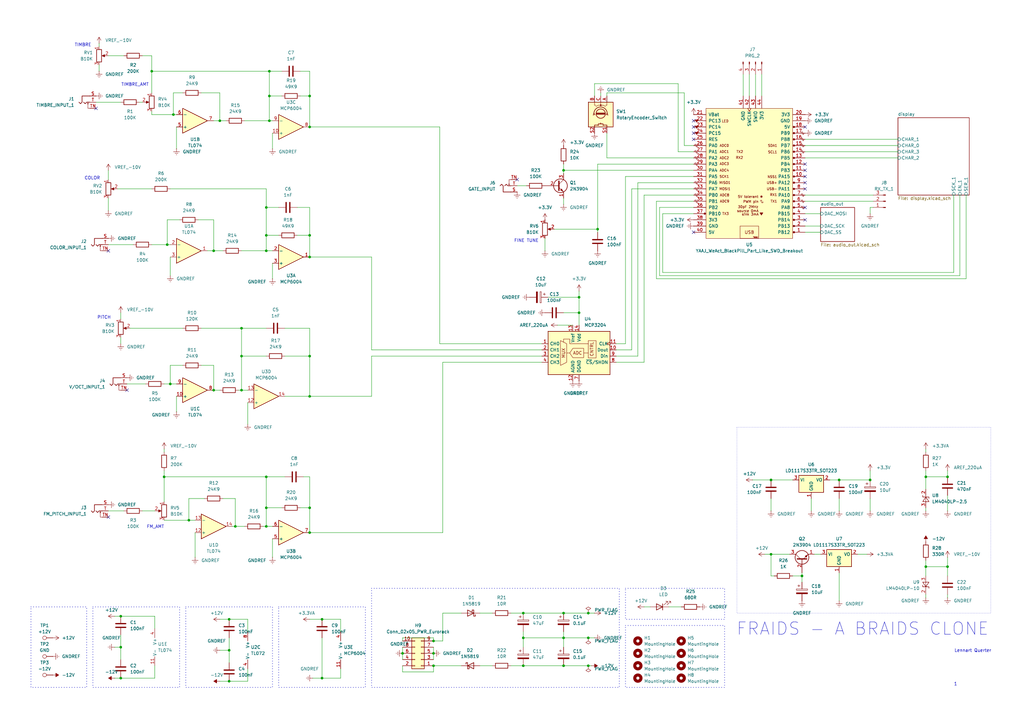
<source format=kicad_sch>
(kicad_sch (version 20231120) (generator "eeschema") (generator_version "8.0")
  (paper "A3")
  (junction (at 99.06 146.05))
  (junction (at 96.52 215.9))
  (junction (at 316.23 196.85))
  (junction (at 388.62 232.41))
  (junction (at 99.06 134.62))
  (junction (at 49.53 278.13))
  (junction (at 49.53 265.43))
  (junction (at 214.63 261.62))
  (junction (at 237.49 121.92))
  (junction (at 132.08 278.13))
  (junction (at 241.3 273.05))
  (junction (at 379.73 232.41))
  (junction (at 237.49 128.27))
  (junction (at 231.14 261.62))
  (junction (at 165.1 267.97))
  (junction (at 132.08 254))
  (junction (at 316.23 227.33))
  (junction (at 109.22 195.58))
  (junction (at 241.3 251.46))
  (junction (at 231.14 251.46))
  (junction (at 90.17 49.53))
  (junction (at 49.53 252.73))
  (junction (at 68.58 100.33))
  (junction (at 110.49 49.53))
  (junction (at 99.06 160.02))
  (junction (at 328.93 236.22))
  (junction (at 109.22 85.09))
  (junction (at 87.63 102.87))
  (junction (at 127 39.37))
  (junction (at 127 52.07))
  (junction (at 93.98 266.7))
  (junction (at 388.62 195.58))
  (junction (at 62.23 29.21))
  (junction (at 127 105.41))
  (junction (at 379.73 195.58))
  (junction (at 109.22 215.9))
  (junction (at 245.11 93.98))
  (junction (at 109.22 208.28))
  (junction (at 69.85 157.48))
  (junction (at 214.63 251.46))
  (junction (at 177.8 267.97))
  (junction (at 127 208.28))
  (junction (at 127 218.44))
  (junction (at 109.22 96.52))
  (junction (at 344.17 196.85))
  (junction (at 177.8 273.05))
  (junction (at 71.12 46.99))
  (junction (at 214.63 273.05))
  (junction (at 241.3 261.62))
  (junction (at 177.8 262.89))
  (junction (at 93.98 254))
  (junction (at 231.14 69.85))
  (junction (at 127 96.52))
  (junction (at 109.22 102.87))
  (junction (at 127 162.56))
  (junction (at 110.49 39.37))
  (junction (at 77.47 213.36))
  (junction (at 87.63 160.02))
  (junction (at 93.98 279.4))
  (junction (at 231.14 273.05))
  (junction (at 127 146.05))
  (junction (at 110.49 29.21))
  (junction (at 356.87 196.85))
  (junction (at 67.31 195.58))
  (no_connect (at 330.2 69.85))
  (no_connect (at 330.2 52.07))
  (no_connect (at 212.09 73.66))
  (no_connect (at 330.2 67.31))
  (no_connect (at 44.45 212.09))
  (no_connect (at 52.07 160.02))
  (no_connect (at 284.48 52.07))
  (no_connect (at 44.45 102.87))
  (no_connect (at 330.2 90.17))
  (no_connect (at 284.48 54.61))
  (no_connect (at 284.48 49.53))
  (no_connect (at 330.2 74.93))
  (no_connect (at 330.2 85.09))
  (no_connect (at 284.48 95.25))
  (no_connect (at 284.48 57.15))
  (no_connect (at 330.2 72.39))
  (no_connect (at 39.37 44.45))
  (no_connect (at 330.2 77.47))
  (wire (pts (xy 93.98 254) (xy 101.6 254)))
  (wire (pts (xy 264.16 248.92) (xy 266.7 248.92)))
  (wire (pts (xy 62.23 46.99) (xy 62.23 45.72)))
  (wire (pts (xy 101.6 254) (xy 101.6 259.08)))
  (wire (pts (xy 391.16 80.01) (xy 391.16 111.76)))
  (wire (pts (xy 152.4 146.05) (xy 152.4 162.56)))
  (wire (pts (xy 63.5 273.05) (xy 63.5 278.13)))
  (wire (pts (xy 90.17 266.7) (xy 93.98 266.7)))
  (wire (pts (xy 96.52 204.47) (xy 96.52 215.9)))
  (wire (pts (xy 177.8 275.59) (xy 177.8 273.05)))
  (wire (pts (xy 68.58 100.33) (xy 69.85 100.33)))
  (wire (pts (xy 139.7 259.08) (xy 139.7 254)))
  (wire (pts (xy 90.17 38.1) (xy 90.17 49.53)))
  (wire (pts (xy 330.2 80.01) (xy 358.14 80.01)))
  (wire (pts (xy 39.37 41.91) (xy 49.53 41.91)))
  (wire (pts (xy 67.31 195.58) (xy 109.22 195.58)))
  (wire (pts (xy 222.25 146.05) (xy 152.4 146.05)))
  (wire (pts (xy 332.74 204.47) (xy 332.74 209.55)))
  (wire (pts (xy 69.85 113.03) (xy 69.85 105.41)))
  (wire (pts (xy 90.17 49.53) (xy 92.71 49.53)))
  (wire (pts (xy 379.73 195.58) (xy 379.73 193.04)))
  (wire (pts (xy 181.61 251.46) (xy 189.23 251.46)))
  (wire (pts (xy 356.87 209.55) (xy 356.87 204.47)))
  (wire (pts (xy 396.24 80.01) (xy 396.24 114.3)))
  (wire (pts (xy 264.16 148.59) (xy 252.73 148.59)))
  (wire (pts (xy 93.98 261.62) (xy 93.98 266.7)))
  (wire (pts (xy 325.12 196.85) (xy 316.23 196.85)))
  (wire (pts (xy 74.93 149.86) (xy 69.85 149.86)))
  (wire (pts (xy 82.55 134.62) (xy 99.06 134.62)))
  (wire (pts (xy 270.51 85.09) (xy 284.48 85.09)))
  (wire (pts (xy 49.53 128.27) (xy 49.53 130.81)))
  (wire (pts (xy 388.62 193.04) (xy 388.62 195.58)))
  (wire (pts (xy 355.6 227.33) (xy 351.79 227.33)))
  (wire (pts (xy 379.73 236.22) (xy 379.73 232.41)))
  (wire (pts (xy 62.23 100.33) (xy 68.58 100.33)))
  (wire (pts (xy 248.92 64.77) (xy 248.92 54.61)))
  (wire (pts (xy 248.92 38.1) (xy 280.67 38.1)))
  (wire (pts (xy 256.54 72.39) (xy 284.48 72.39)))
  (wire (pts (xy 177.8 261.62) (xy 165.1 261.62)))
  (wire (pts (xy 132.08 254) (xy 127 254)))
  (wire (pts (xy 177.8 262.89) (xy 177.8 261.62)))
  (wire (pts (xy 177.8 265.43) (xy 177.8 267.97)))
  (wire (pts (xy 52.07 157.48) (xy 59.69 157.48)))
  (wire (pts (xy 81.28 90.17) (xy 87.63 90.17)))
  (wire (pts (xy 271.78 111.76) (xy 271.78 87.63)))
  (wire (pts (xy 115.57 208.28) (xy 109.22 208.28)))
  (wire (pts (xy 127 218.44) (xy 127 208.28)))
  (wire (pts (xy 85.09 102.87) (xy 87.63 102.87)))
  (wire (pts (xy 356.87 87.63) (xy 356.87 85.09)))
  (wire (pts (xy 284.48 82.55) (xy 269.24 82.55)))
  (wire (pts (xy 269.24 82.55) (xy 269.24 114.3)))
  (wire (pts (xy 307.34 30.48) (xy 307.34 39.37)))
  (wire (pts (xy 330.2 92.71) (xy 336.55 92.71)))
  (wire (pts (xy 127 85.09) (xy 121.92 85.09)))
  (wire (pts (xy 49.53 260.35) (xy 49.53 265.43)))
  (wire (pts (xy 95.25 215.9) (xy 96.52 215.9)))
  (wire (pts (xy 87.63 102.87) (xy 91.44 102.87)))
  (wire (pts (xy 49.53 265.43) (xy 49.53 270.51)))
  (wire (pts (xy 107.95 215.9) (xy 109.22 215.9)))
  (wire (pts (xy 111.76 60.96) (xy 111.76 54.61)))
  (wire (pts (xy 67.31 213.36) (xy 77.47 213.36)))
  (wire (pts (xy 109.22 215.9) (xy 111.76 215.9)))
  (wire (pts (xy 101.6 279.4) (xy 101.6 274.32)))
  (wire (pts (xy 62.23 46.99) (xy 71.12 46.99)))
  (wire (pts (xy 127 195.58) (xy 124.46 195.58)))
  (wire (pts (xy 330.2 59.69) (xy 368.3 59.69)))
  (wire (pts (xy 50.8 209.55) (xy 44.45 209.55)))
  (wire (pts (xy 388.62 245.11) (xy 388.62 243.84)))
  (wire (pts (xy 388.62 228.6) (xy 388.62 232.41)))
  (wire (pts (xy 330.2 87.63) (xy 336.55 87.63)))
  (wire (pts (xy 284.48 77.47) (xy 259.08 77.47)))
  (wire (pts (xy 91.44 204.47) (xy 96.52 204.47)))
  (wire (pts (xy 328.93 236.22) (xy 328.93 234.95)))
  (wire (pts (xy 269.24 114.3) (xy 396.24 114.3)))
  (wire (pts (xy 245.11 67.31) (xy 245.11 93.98)))
  (wire (pts (xy 68.58 90.17) (xy 68.58 100.33)))
  (wire (pts (xy 116.84 134.62) (xy 127 134.62)))
  (wire (pts (xy 109.22 96.52) (xy 114.3 96.52)))
  (wire (pts (xy 231.14 273.05) (xy 241.3 273.05)))
  (wire (pts (xy 116.84 162.56) (xy 127 162.56)))
  (wire (pts (xy 231.14 67.31) (xy 231.14 69.85)))
  (wire (pts (xy 231.14 261.62) (xy 241.3 261.62)))
  (wire (pts (xy 63.5 209.55) (xy 58.42 209.55)))
  (wire (pts (xy 243.84 39.37) (xy 243.84 34.29)))
  (wire (pts (xy 237.49 128.27) (xy 237.49 133.35)))
  (wire (pts (xy 165.1 273.05) (xy 165.1 275.59)))
  (wire (pts (xy 330.2 95.25) (xy 336.55 95.25)))
  (wire (pts (xy 87.63 149.86) (xy 82.55 149.86)))
  (wire (pts (xy 132.08 261.62) (xy 132.08 278.13)))
  (wire (pts (xy 379.73 243.84) (xy 379.73 245.11)))
  (wire (pts (xy 356.87 85.09) (xy 358.14 85.09)))
  (wire (pts (xy 278.13 34.29) (xy 278.13 62.23)))
  (wire (pts (xy 330.2 57.15) (xy 368.3 57.15)))
  (wire (pts (xy 127 195.58) (xy 127 208.28)))
  (wire (pts (xy 308.61 196.85) (xy 316.23 196.85)))
  (wire (pts (xy 93.98 279.4) (xy 101.6 279.4)))
  (wire (pts (xy 280.67 38.1) (xy 280.67 59.69)))
  (wire (pts (xy 284.48 67.31) (xy 245.11 67.31)))
  (wire (pts (xy 123.19 208.28) (xy 127 208.28)))
  (wire (pts (xy 231.14 69.85) (xy 284.48 69.85)))
  (wire (pts (xy 110.49 29.21) (xy 110.49 39.37)))
  (wire (pts (xy 379.73 232.41) (xy 388.62 232.41)))
  (wire (pts (xy 40.64 29.21) (xy 40.64 26.67)))
  (wire (pts (xy 196.85 273.05) (xy 201.93 273.05)))
  (wire (pts (xy 177.8 267.97) (xy 177.8 270.51)))
  (wire (pts (xy 109.22 195.58) (xy 109.22 208.28)))
  (wire (pts (xy 87.63 160.02) (xy 87.63 149.86)))
  (wire (pts (xy 245.11 93.98) (xy 245.11 95.25)))
  (wire (pts (xy 270.51 113.03) (xy 270.51 85.09)))
  (wire (pts (xy 152.4 105.41) (xy 127 105.41)))
  (wire (pts (xy 63.5 252.73) (xy 63.5 257.81)))
  (wire (pts (xy 278.13 62.23) (xy 284.48 62.23)))
  (wire (pts (xy 58.42 22.86) (xy 62.23 22.86)))
  (wire (pts (xy 62.23 22.86) (xy 62.23 29.21)))
  (wire (pts (xy 49.53 140.97) (xy 49.53 138.43)))
  (wire (pts (xy 214.63 259.08) (xy 214.63 261.62)))
  (wire (pts (xy 316.23 227.33) (xy 323.85 227.33)))
  (wire (pts (xy 57.15 41.91) (xy 58.42 41.91)))
  (wire (pts (xy 72.39 46.99) (xy 71.12 46.99)))
  (wire (pts (xy 132.08 278.13) (xy 139.7 278.13)))
  (wire (pts (xy 49.53 265.43) (xy 46.99 265.43)))
  (wire (pts (xy 110.49 49.53) (xy 111.76 49.53)))
  (wire (pts (xy 82.55 38.1) (xy 90.17 38.1)))
  (wire (pts (xy 284.48 80.01) (xy 264.16 80.01)))
  (wire (pts (xy 231.14 69.85) (xy 231.14 71.12)))
  (wire (pts (xy 241.3 273.05) (xy 242.57 273.05)))
  (wire (pts (xy 259.08 143.51) (xy 252.73 143.51)))
  (wire (pts (xy 109.22 85.09) (xy 109.22 96.52)))
  (wire (pts (xy 116.84 195.58) (xy 109.22 195.58)))
  (wire (pts (xy 127 134.62) (xy 127 146.05)))
  (wire (pts (xy 100.33 49.53) (xy 110.49 49.53)))
  (wire (pts (xy 328.93 238.76) (xy 328.93 236.22)))
  (wire (pts (xy 71.12 38.1) (xy 74.93 38.1)))
  (wire (pts (xy 44.45 69.85) (xy 44.45 73.66)))
  (wire (pts (xy 259.08 77.47) (xy 259.08 143.51)))
  (wire (pts (xy 252.73 140.97) (xy 256.54 140.97)))
  (wire (pts (xy 109.22 102.87) (xy 109.22 96.52)))
  (wire (pts (xy 222.25 148.59) (xy 181.61 148.59)))
  (wire (pts (xy 334.01 227.33) (xy 336.55 227.33)))
  (wire (pts (xy 222.25 143.51) (xy 152.4 143.51)))
  (wire (pts (xy 67.31 193.04) (xy 67.31 195.58)))
  (wire (pts (xy 62.23 29.21) (xy 62.23 38.1)))
  (wire (pts (xy 46.99 278.13) (xy 49.53 278.13)))
  (wire (pts (xy 309.88 30.48) (xy 309.88 39.37)))
  (wire (pts (xy 87.63 90.17) (xy 87.63 102.87)))
  (wire (pts (xy 83.82 204.47) (xy 77.47 204.47)))
  (wire (pts (xy 227.33 93.98) (xy 245.11 93.98)))
  (wire (pts (xy 67.31 195.58) (xy 67.31 205.74)))
  (wire (pts (xy 73.66 90.17) (xy 68.58 90.17)))
  (wire (pts (xy 214.63 251.46) (xy 231.14 251.46)))
  (wire (pts (xy 127 52.07) (xy 127 39.37)))
  (wire (pts (xy 165.1 265.43) (xy 165.1 267.97)))
  (wire (pts (xy 101.6 165.1) (xy 101.6 173.99)))
  (wire (pts (xy 261.62 74.93) (xy 284.48 74.93)))
  (wire (pts (xy 212.09 76.2) (xy 215.9 76.2)))
  (wire (pts (xy 231.14 83.82) (xy 231.14 81.28)))
  (wire (pts (xy 44.45 100.33) (xy 54.61 100.33)))
  (wire (pts (xy 344.17 209.55) (xy 344.17 204.47)))
  (wire (pts (xy 280.67 59.69) (xy 284.48 59.69)))
  (wire (pts (xy 77.47 213.36) (xy 80.01 213.36)))
  (wire (pts (xy 109.22 208.28) (xy 109.22 215.9)))
  (wire (pts (xy 99.06 134.62) (xy 99.06 146.05)))
  (wire (pts (xy 241.3 261.62) (xy 243.84 261.62)))
  (wire (pts (xy 271.78 87.63) (xy 284.48 87.63)))
  (wire (pts (xy 264.16 80.01) (xy 264.16 148.59)))
  (wire (pts (xy 121.92 96.52) (xy 127 96.52)))
  (wire (pts (xy 284.48 64.77) (xy 248.92 64.77)))
  (wire (pts (xy 180.34 52.07) (xy 127 52.07)))
  (wire (pts (xy 344.17 196.85) (xy 356.87 196.85)))
  (wire (pts (xy 181.61 251.46) (xy 181.61 262.89)))
  (wire (pts (xy 224.79 121.92) (xy 237.49 121.92)))
  (wire (pts (xy 231.14 251.46) (xy 241.3 251.46)))
  (wire (pts (xy 99.06 102.87) (xy 109.22 102.87)))
  (wire (pts (xy 111.76 228.6) (xy 111.76 220.98)))
  (wire (pts (xy 196.85 251.46) (xy 201.93 251.46)))
  (wire (pts (xy 90.17 254) (xy 93.98 254)))
  (wire (pts (xy 356.87 193.04) (xy 356.87 196.85)))
  (wire (pts (xy 127 105.41) (xy 127 96.52)))
  (wire (pts (xy 139.7 278.13) (xy 139.7 274.32)))
  (wire (pts (xy 114.3 85.09) (xy 109.22 85.09)))
  (wire (pts (xy 313.69 227.33) (xy 316.23 227.33)))
  (wire (pts (xy 246.38 38.1) (xy 246.38 39.37)))
  (wire (pts (xy 214.63 261.62) (xy 214.63 265.43)))
  (wire (pts (xy 393.7 113.03) (xy 270.51 113.03)))
  (wire (pts (xy 71.12 38.1) (xy 71.12 46.99)))
  (wire (pts (xy 177.8 273.05) (xy 189.23 273.05)))
  (wire (pts (xy 181.61 218.44) (xy 127 218.44)))
  (wire (pts (xy 312.42 30.48) (xy 312.42 39.37)))
  (wire (pts (xy 209.55 273.05) (xy 214.63 273.05)))
  (wire (pts (xy 330.2 82.55) (xy 358.14 82.55)))
  (wire (pts (xy 69.85 157.48) (xy 72.39 157.48)))
  (wire (pts (xy 152.4 143.51) (xy 152.4 105.41)))
  (wire (pts (xy 248.92 39.37) (xy 248.92 38.1)))
  (wire (pts (xy 325.12 236.22) (xy 328.93 236.22)))
  (wire (pts (xy 74.93 134.62) (xy 53.34 134.62)))
  (wire (pts (xy 69.85 149.86) (xy 69.85 157.48)))
  (wire (pts (xy 44.45 86.36) (xy 44.45 81.28)))
  (wire (pts (xy 49.53 278.13) (xy 63.5 278.13)))
  (wire (pts (xy 44.45 22.86) (xy 50.8 22.86)))
  (wire (pts (xy 237.49 119.38) (xy 237.49 121.92)))
  (wire (pts (xy 209.55 251.46) (xy 214.63 251.46)))
  (wire (pts (xy 214.63 273.05) (xy 231.14 273.05)))
  (wire (pts (xy 69.85 77.47) (xy 109.22 77.47)))
  (wire (pts (xy 391.16 111.76) (xy 271.78 111.76)))
  (wire (pts (xy 109.22 102.87) (xy 111.76 102.87)))
  (wire (pts (xy 109.22 134.62) (xy 99.06 134.62)))
  (wire (pts (xy 316.23 209.55) (xy 316.23 204.47)))
  (wire (pts (xy 231.14 128.27) (xy 237.49 128.27)))
  (wire (pts (xy 241.3 251.46) (xy 243.84 251.46)))
  (wire (pts (xy 139.7 254) (xy 132.08 254)))
  (wire (pts (xy 77.47 204.47) (xy 77.47 213.36)))
  (wire (pts (xy 165.1 267.97) (xy 165.1 270.51)))
  (wire (pts (xy 127 146.05) (xy 116.84 146.05)))
  (wire (pts (xy 165.1 275.59) (xy 177.8 275.59)))
  (wire (pts (xy 344.17 246.38) (xy 344.17 234.95)))
  (wire (pts (xy 46.99 252.73) (xy 49.53 252.73)))
  (wire (pts (xy 279.4 248.92) (xy 274.32 248.92)))
  (wire (pts (xy 214.63 261.62) (xy 231.14 261.62)))
  (wire (pts (xy 111.76 114.3) (xy 111.76 107.95)))
  (wire (pts (xy 109.22 77.47) (xy 109.22 85.09)))
  (wire (pts (xy 87.63 49.53) (xy 90.17 49.53)))
  (wire (pts (xy 72.39 60.96) (xy 72.39 52.07)))
  (wire (pts (xy 330.2 62.23) (xy 368.3 62.23)))
  (wire (pts (xy 80.01 228.6) (xy 80.01 218.44)))
  (wire (pts (xy 127 162.56) (xy 127 146.05)))
  (wire (pts (xy 231.14 261.62) (xy 231.14 265.43)))
  (wire (pts (xy 128.27 278.13) (xy 132.08 278.13)))
  (wire (pts (xy 261.62 146.05) (xy 261.62 74.93)))
  (wire (pts (xy 181.61 262.89) (xy 177.8 262.89)))
  (wire (pts (xy 379.73 200.66) (xy 379.73 195.58)))
  (wire (pts (xy 99.06 146.05) (xy 99.06 160.02)))
  (wire (pts (xy 231.14 259.08) (xy 231.14 261.62)))
  (wire (pts (xy 252.73 146.05) (xy 261.62 146.05)))
  (wire (pts (xy 152.4 162.56) (xy 127 162.56)))
  (wire (pts (xy 330.2 64.77) (xy 368.3 64.77)))
  (wire (pts (xy 97.79 160.02) (xy 99.06 160.02)))
  (wire (pts (xy 127 29.21) (xy 123.19 29.21)))
  (wire (pts (xy 90.17 160.02) (xy 87.63 160.02)))
  (wire (pts (xy 67.31 157.48) (xy 69.85 157.48)))
  (wire (pts (xy 393.7 80.01) (xy 393.7 113.03)))
  (wire (pts (xy 388.62 236.22) (xy 388.62 232.41)))
  (wire (pts (xy 316.23 236.22) (xy 316.23 227.33)))
  (wire (pts (xy 110.49 49.53) (xy 110.49 39.37)))
  (wire (pts (xy 62.23 77.47) (xy 48.26 77.47)))
  (wire (pts (xy 379.73 209.55) (xy 379.73 208.28)))
  (wire (pts (xy 99.06 160.02) (xy 101.6 160.02)))
  (wire (pts (xy 256.54 140.97) (xy 256.54 72.39)))
  (wire (pts (xy 127 96.52) (xy 127 85.09)))
  (wire (pts (xy 93.98 266.7) (xy 93.98 271.78)))
  (wire (pts (xy 237.49 121.92) (xy 237.49 128.27)))
  (wire (pts (xy 110.49 39.37) (xy 115.57 39.37)))
  (wire (pts (xy 379.73 184.15) (xy 379.73 185.42)))
  (wire (pts (xy 304.8 30.48) (xy 304.8 39.37)))
  (wire (pts (xy 317.5 236.22) (xy 316.23 236.22)))
  (wire (pts (xy 96.52 215.9) (xy 100.33 215.9)))
  (wire (pts (xy 181.61 148.59) (xy 181.61 218.44)))
  (wire (pts (xy 223.52 102.87) (xy 223.52 97.79)))
  (wire (pts (xy 243.84 34.29) (xy 278.13 34.29)))
  (wire (pts (xy 110.49 29.21) (xy 115.57 29.21)))
  (wire (pts (xy 72.39 168.91) (xy 72.39 162.56)))
  (wire (pts (xy 40.64 17.78) (xy 40.64 19.05)))
  (wire (pts (xy 127 39.37) (xy 123.19 39.37)))
  (wire (pts (xy 67.31 184.15) (xy 67.31 185.42)))
  (wire (pts (xy 228.6 133.35) (xy 234.95 133.35)))
  (wire (pts (xy 165.1 261.62) (xy 165.1 262.89)))
  (wire (pts (xy 109.22 146.05) (xy 99.06 146.05)))
  (wire (pts (xy 388.62 209.55) (xy 388.62 203.2)))
  (wire (pts (xy 62.23 29.21) (xy 110.49 29.21)))
  (wire (pts (xy 127 29.21) (xy 127 39.37)))
  (wire (pts (xy 222.25 140.97) (xy 180.34 140.97)))
  (wire (pts (xy 379.73 195.58) (xy 388.62 195.58)))
  (wire (pts (xy 90.17 279.4) (xy 93.98 279.4)))
  (wire (pts (xy 379.73 232.41) (xy 379.73 229.87)))
  (wire (pts (xy 340.36 196.85) (xy 344.17 196.85)))
  (wire (pts (xy 180.34 52.07) (xy 180.34 140.97)))
  (wire (pts (xy 49.53 252.73) (xy 63.5 252.73)))
  (rectangle (start 114.3 248.92) (end 149.86 281.94) (stroke (width 0.25) (type dot)))
  (rectangle (start 12.7 248.92) (end 35.56 281.94) (stroke (width 0.254) (type dot)))
  (rectangle (start 302.26 175.26) (end 406.4 251.46) (stroke (width 0) (type dot)))
  (rectangle (start 76.2 248.92) (end 111.76 281.94) (stroke (width 0.25) (type dot)))
  (rectangle (start 152.4 241.3) (end 254 281.94) (stroke (width 0.25) (type dot)))
  (rectangle (start 256.54 256.54) (end 297.18 281.94) (stroke (width 0.25) (type dot)))
  (rectangle (start 38.1 248.92) (end 73.66 281.94) (stroke (width 0.25) (type dot)))
  (rectangle (start 256.54 241.3) (end 297.18 254) (stroke (width 0.25) (type dot)))
  (text "FINE TUNE" (at 215.9 98.806 0) (effects (font (size 1.27 1.27))))
  (text "PITCH" (at 42.672 130.302 0) (effects (font (size 1.27 1.27))))
  (text "TIMBRE" (at 34.036 18.542 0) (effects (font (size 1.27 1.27))))
  (text "FM_AMT" (at 63.754 216.154 0) (effects (font (size 1.27 1.27))))
  (text "COLOR" (at 37.846 73.152 0) (effects (font (size 1.27 1.27))))
  (text "FRAIDS - A BRAIDS CLONE" (at 353.822 258.064 0) (effects (font (size 5.08 5.08))))
  (text "TIMBRE_AMT" (at 55.372 34.798 0) (effects (font (size 1.27 1.27))))
  (text "Lennart Querter" (at 399.034 266.954 0) (effects (font (size 1.27 1.27))))
  (text "1" (at 391.922 280.67 0) (effects (font (size 1.27 1.27))))
  (symbol (lib_id "synth:R_Default") (at 113.03 146.05 90) (unit 1)
    (property "Reference" "R17" (at 113.03 139.7 90))
    (property "Value" "24K9" (at 113.03 142.24 90))
    (property "Footprint" "Synth:R_Default (DIN0207)" (effects (hide yes)))
    (property "Description" "Resistor" (effects (hide yes)))
  )
  (symbol (lib_id "synth:R_Default") (at 96.52 49.53 90) (unit 1)
    (property "Reference" "R15" (at 96.52 43.18 90))
    (property "Value" "24K9" (at 96.52 45.72 90))
    (property "Footprint" "Synth:R_Default (DIN0207)" (effects (hide yes)))
    (property "Description" "Resistor" (effects (hide yes)))
  )
  (symbol (lib_id "synth:AudioJack_Mono_3.5mm") (at 34.29 41.91 0) (unit 1)
    (property "Reference" "J1" (at 30.48 40.5764 0) (effects (justify right)))
    (property "Value" "TIMBRE_INPUT_1" (at 30.48 43.1164 0) (effects (justify right)))
    (property "Footprint" "Synth:Jack_3.5mm_QingPu_WQP-PJ398SM_Vertical_CircularHoles" (effects (hide yes)))
    (property "Description" "Audio Jack, 2 Poles (Mono / TS), Switched T Pole (Normalling)" (effects (hide yes)))
  )
  (symbol (lib_id "power:-12V") (at 379.73 222.25 0) (unit 1)
    (property "Reference" "#PWR071" (effects (hide yes)))
    (property "Value" "-12V" (at 382.27 220.9799 0) (effects (justify left)))
    (property "Description" "Power symbol creates a global label with name \"-12V\"" (effects (hide yes)))
  )
  (symbol (lib_id "power:+3.3VA") (at 127 254 90) (unit 1)
    (property "Reference" "#PWR029" (effects (hide yes)))
    (property "Value" "+3.3VA" (at 125.73 251.46 90))
    (property "Description" "Power symbol creates a global label with name \"+3.3VA\"" (effects (hide yes)))
  )
  (symbol (lib_id "synth:R_Default") (at 119.38 208.28 90) (unit 1)
    (property "Reference" "R20" (at 119.38 201.93 90))
    (property "Value" "24K9" (at 119.38 204.47 90))
    (property "Footprint" "Synth:R_Default (DIN0207)" (effects (hide yes)))
    (property "Description" "Resistor" (effects (hide yes)))
  )
  (symbol (lib_id "power:GNDREF") (at 234.95 156.21 0) (unit 1)
    (property "Reference" "#PWR041" (effects (hide yes)))
    (property "Value" "GNDREF" (at 234.95 161.29 0))
    (property "Description" "Power symbol creates a global label with name \"GNDREF\" , reference supply ground" (effects (hide yes)))
  )
  (symbol (lib_id "power:GNDREF") (at 237.49 156.21 0) (unit 1)
    (property "Reference" "#PWR043" (effects (hide yes)))
    (property "Value" "GNDREF" (at 237.49 161.29 0))
    (property "Description" "Power symbol creates a global label with name \"GNDREF\" , reference supply ground" (effects (hide yes)))
  )
  (symbol (lib_id "Mechanical:MountingHole") (at 279.4 267.97 0) (unit 1) (exclude_from_sim yes) (in_bom no)
    (property "Reference" "H6" (at 281.94 266.6999 0) (effects (justify left)))
    (property "Value" "MountingHole" (at 281.94 269.2399 0) (effects (justify left)))
    (property "Footprint" "MountingHole:MountingHole_3.2mm_M3" (effects (hide yes)))
    (property "Description" "Mounting Hole without connection" (effects (hide yes)))
  )
  (symbol (lib_id "power:-12V") (at 242.57 273.05 270) (unit 1)
    (property "Reference" "#PWR044" (effects (hide yes)))
    (property "Value" "-12V" (at 246.38 273.0499 90) (effects (justify left)))
    (property "Description" "Power symbol creates a global label with name \"-12V\"" (effects (hide yes)))
  )
  (symbol (lib_id "power:GNDREF") (at 111.76 114.3 0) (unit 1)
    (property "Reference" "#PWR027" (effects (hide yes)))
    (property "Value" "GNDREF" (at 109.22 115.5699 0) (effects (justify right)))
    (property "Description" "Power symbol creates a global label with name \"GNDREF\" , reference supply ground" (effects (hide yes)))
  )
  (symbol (lib_id "Connector:Conn_01x03_Pin") (at 363.22 82.55 180) (unit 1)
    (property "Reference" "J8" (at 362.585 74.93 0))
    (property "Value" "RX_TX_1" (at 362.585 77.47 0))
    (property "Footprint" "Connector_PinHeader_2.54mm:PinHeader_1x03_P2.54mm_Vertical" (effects (hide yes)))
    (property "Description" "Generic connector, single row, 01x03, script generated" (effects (hide yes)))
  )
  (symbol (lib_id "power:+12V") (at 313.69 227.33 90) (unit 1)
    (property "Reference" "#PWR056" (effects (hide yes)))
    (property "Value" "+12V" (at 312.42 224.79 90))
    (property "Description" "Power symbol creates a global label with name \"+12V\"" (effects (hide yes)))
  )
  (symbol (lib_id "Amplifier_Operational:MCP6004") (at 119.38 105.41 0) (mirror x) (unit 1)
    (property "Reference" "U3" (at 119.38 113.03 0))
    (property "Value" "MCP6004" (at 119.38 115.57 0))
    (property "Footprint" "Package_DIP:DIP-14_W7.62mm_Socket_LongPads" (effects (hide yes)))
    (property "Datasheet" "http://ww1.microchip.com/downloads/en/DeviceDoc/21733j.pdf" (effects (hide yes)))
    (property "Description" "1MHz, Low-Power Op Amp, DIP-14/SOIC-14/TSSOP-14" (effects (hide yes)))
  )
  (symbol (lib_id "Device:C") (at 344.17 200.66 0) (unit 1)
    (property "Reference" "C19" (at 347.98 199.3899 0) (effects (justify left)))
    (property "Value" "100nF" (at 347.98 201.9299 0) (effects (justify left)))
    (property "Footprint" "Capacitor_THT:C_Disc_D7.0mm_W2.5mm_P5.00mm" (effects (hide yes)))
    (property "Description" "Unpolarized capacitor" (effects (hide yes)))
  )
  (symbol (lib_id "power:VAA") (at 44.45 69.85 0) (unit 1)
    (property "Reference" "#PWR07" (effects (hide yes)))
    (property "Value" "VREF_-10V" (at 46.99 68.5799 0) (effects (justify left)))
    (property "Description" "Power symbol creates a global label with name \"VAA\"" (effects (hide yes)))
  )
  (symbol (lib_id "power:GNDREF") (at 328.93 246.38 0) (unit 1)
    (property "Reference" "#PWR058" (effects (hide yes)))
    (property "Value" "GNDREF" (at 328.93 251.46 0))
    (property "Description" "Power symbol creates a global label with name \"GNDREF\" , reference supply ground" (effects (hide yes)))
  )
  (symbol (lib_id "Amplifier_Operational:TL072") (at 104.14 266.7 0) (unit 3)
    (property "Reference" "U2" (at 102.87 265.4299 0) (effects (justify left)))
    (property "Value" "TL072" (at 102.87 267.9699 0) (effects (justify left)))
    (property "Footprint" "Package_DIP:DIP-14_W7.62mm_Socket_LongPads" (effects (hide yes)))
    (property "Datasheet" "http://www.ti.com/lit/ds/symlink/tl071.pdf" (effects (hide yes)))
    (property "Description" "Dual Low-Noise JFET-Input Operational Amplifiers, DIP-8/SOIC-8" (effects (hide yes)))
  )
  (symbol (lib_id "power:GNDREF") (at 72.39 60.96 0) (unit 1)
    (property "Reference" "#PWR019" (effects (hide yes)))
    (property "Value" "GNDREF" (at 74.93 62.2299 0) (effects (justify left)))
    (property "Description" "Power symbol creates a global label with name \"GNDREF\" , reference supply ground" (effects (hide yes)))
  )
  (symbol (lib_id "Diode:1N5819") (at 193.04 273.05 0) (unit 1)
    (property "Reference" "D2" (at 192.7225 266.7 0))
    (property "Value" "1N5819" (at 192.7225 269.24 0))
    (property "Footprint" "Synth:D_DO-41_SOD81_P10.16mm_Horizontal" (effects (hide yes)))
    (property "Datasheet" "http://www.vishay.com/docs/88525/1n5817.pdf" (effects (hide yes)))
    (property "Description" "40V 1A Schottky Barrier Rectifier Diode, DO-41" (effects (hide yes)))
  )
  (symbol (lib_id "power:GNDREF") (at 243.84 54.61 0) (unit 1)
    (property "Reference" "#PWR045" (effects (hide yes)))
    (property "Value" "GNDREF" (at 243.84 59.69 0))
    (property "Description" "Power symbol creates a global label with name \"GNDREF\" , reference supply ground" (effects (hide yes)))
  )
  (symbol (lib_id "synth:R_Default") (at 53.34 41.91 90) (unit 1)
    (property "Reference" "R1" (at 53.34 45.72 90))
    (property "Value" "100K" (at 53.34 48.26 90))
    (property "Footprint" "Synth:R_Default (DIN0207)" (effects (hide yes)))
    (property "Description" "Resistor" (effects (hide yes)))
  )
  (symbol (lib_id "Device:C") (at 245.11 99.06 0) (unit 1)
    (property "Reference" "C16" (at 248.92 97.7899 0) (effects (justify left)))
    (property "Value" "100nF" (at 248.92 100.3299 0) (effects (justify left)))
    (property "Footprint" "Capacitor_THT:C_Disc_D7.0mm_W2.5mm_P5.00mm" (effects (hide yes)))
    (property "Description" "Unpolarized capacitor" (effects (hide yes)))
  )
  (symbol (lib_id "Regulator_Linear:LD1117S33TR_SOT223") (at 332.74 196.85 0) (unit 1)
    (property "Reference" "U6" (at 332.74 190.5 0))
    (property "Value" "LD1117S33TR_SOT223" (at 332.74 193.04 0))
    (property "Footprint" "Package_TO_SOT_THT:TO-218-3_Horizontal_TabDown" (effects (hide yes)))
    (property "Datasheet" "http://www.st.com/st-web-ui/static/active/en/resource/technical/document/datasheet/CD00000544.pdf" (effects (hide yes)))
    (property "Description" "800mA Fixed Low Drop Positive Voltage Regulator, Fixed Output 3.3V, SOT-223" (effects (hide yes)))
  )
  (symbol (lib_id "synth:R_Default") (at 78.74 149.86 90) (unit 1)
    (property "Reference" "R11" (at 78.74 143.51 90))
    (property "Value" "24K9" (at 78.74 146.05 90))
    (property "Footprint" "Synth:R_Default (DIN0207)" (effects (hide yes)))
    (property "Description" "Resistor" (effects (hide yes)))
  )
  (symbol (lib_id "synth:AudioJack_Mono_3.5mm") (at 39.37 209.55 0) (unit 1)
    (property "Reference" "J3" (at 35.56 208.2164 0) (effects (justify right)))
    (property "Value" "FM_PITCH_INPUT_1" (at 35.56 210.7564 0) (effects (justify right)))
    (property "Footprint" "Synth:Jack_3.5mm_QingPu_WQP-PJ398SM_Vertical_CircularHoles" (effects (hide yes)))
    (property "Description" "Audio Jack, 2 Poles (Mono / TS), Switched T Pole (Normalling)" (effects (hide yes)))
  )
  (symbol (lib_id "power:GNDREF") (at 69.85 113.03 0) (unit 1)
    (property "Reference" "#PWR018" (effects (hide yes)))
    (property "Value" "GNDREF" (at 72.39 114.2999 0) (effects (justify left)))
    (property "Description" "Power symbol creates a global label with name \"GNDREF\" , reference supply ground" (effects (hide yes)))
  )
  (symbol (lib_id "synth:AudioJack_Mono_3.5mm") (at 46.99 157.48 0) (unit 1)
    (property "Reference" "J4" (at 43.18 156.1464 0) (effects (justify right)))
    (property "Value" "V/OCT_INPUT_1" (at 43.18 158.6864 0) (effects (justify right)))
    (property "Footprint" "Synth:Jack_3.5mm_QingPu_WQP-PJ398SM_Vertical_CircularHoles" (effects (hide yes)))
    (property "Description" "Audio Jack, 2 Poles (Mono / TS), Switched T Pole (Normalling)" (effects (hide yes)))
  )
  (symbol (lib_id "Device:R") (at 205.74 273.05 90) (unit 1)
    (property "Reference" "R22" (at 205.74 266.7 90))
    (property "Value" "10R" (at 205.74 269.24 90))
    (property "Footprint" "Synth:R_Default (DIN0207)" (effects (hide yes)))
    (property "Description" "Resistor" (effects (hide yes)))
  )
  (symbol (lib_id "synth:R_Default") (at 77.47 90.17 90) (unit 1)
    (property "Reference" "R8" (at 77.47 83.82 90))
    (property "Value" "24K9" (at 77.47 86.36 90))
    (property "Footprint" "Synth:R_Default (DIN0207)" (effects (hide yes)))
    (property "Description" "Resistor" (effects (hide yes)))
  )
  (symbol (lib_id "Amplifier_Operational:TL074") (at 80.01 49.53 0) (mirror x) (unit 2)
    (property "Reference" "U1" (at 80.01 57.15 0))
    (property "Value" "TL074" (at 80.01 59.69 0))
    (property "Footprint" "Package_DIP:DIP-14_W7.62mm_Socket_LongPads" (effects (hide yes)))
    (property "Datasheet" "http://www.ti.com/lit/ds/symlink/tl071.pdf" (effects (hide yes)))
    (property "Description" "Quad Low-Noise JFET-Input Operational Amplifiers, DIP-14/SOIC-14" (effects (hide yes)))
  )
  (symbol (lib_id "power:+3.3V") (at 284.48 90.17 90) (unit 1)
    (property "Reference" "#PWR052" (effects (hide yes)))
    (property "Value" "+3.3V" (at 280.67 90.1699 90) (effects (justify left)))
    (property "Description" "Power symbol creates a global label with name \"+3.3V\"" (effects (hide yes)))
  )
  (symbol (lib_id "power:PWR_FLAG") (at 241.3 251.46 0) (unit 1) (exclude_from_sim yes) (in_bom no)
    (property "Reference" "#FLG01" (effects (hide yes)))
    (property "Value" "PWR_FLAG" (at 243.84 250.1899 0) (effects (justify left)))
    (property "Description" "Special symbol for telling ERC where power comes from" (effects (hide yes)))
  )
  (symbol (lib_id "Device:C_Polarized") (at 356.87 200.66 0) (unit 1)
    (property "Reference" "C20" (at 360.68 198.5009 0) (effects (justify left)))
    (property "Value" "10uF" (at 360.68 201.0409 0) (effects (justify left)))
    (property "Footprint" "Capacitor_THT:CP_Radial_D5.0mm_P2.50mm" (effects (hide yes)))
    (property "Description" "Polarized capacitor" (effects (hide yes)))
  )
  (symbol (lib_id "Amplifier_Operational:MCP6004") (at 119.38 218.44 0) (mirror x) (unit 2)
    (property "Reference" "U3" (at 119.38 226.06 0))
    (property "Value" "MCP6004" (at 119.38 228.6 0))
    (property "Footprint" "Package_DIP:DIP-14_W7.62mm_Socket_LongPads" (effects (hide yes)))
    (property "Datasheet" "http://ww1.microchip.com/downloads/en/DeviceDoc/21733j.pdf" (effects (hide yes)))
    (property "Description" "1MHz, Low-Power Op Amp, DIP-14/SOIC-14/TSSOP-14" (effects (hide yes)))
  )
  (symbol (lib_id "synth:Conn_02x05_EuroRack_Power") (at 171.45 267.97 180) (unit 1)
    (property "Reference" "H9" (at 171.45 256.54 0))
    (property "Value" "Conn_02x05_PWR_Eurorack" (at 171.45 259.08 0))
    (property "Footprint" "Synth:IDC-Header_2x05_P2.54mm_Vertical" (effects (hide yes)))
  )
  (symbol (lib_id "Connector:Conn_01x04_Pin") (at 309.88 25.4 270) (unit 1)
    (property "Reference" "J7" (at 308.61 20.32 90))
    (property "Value" "PRG_2" (at 308.61 22.86 90))
    (property "Footprint" "Connector_PinHeader_2.54mm:PinHeader_1x04_P2.54mm_Vertical" (effects (hide yes)))
    (property "Description" "Generic connector, single row, 01x04, script generated" (effects (hide yes)))
  )
  (symbol (lib_id "Diode:1N5819") (at 193.04 251.46 180) (unit 1)
    (property "Reference" "D1" (at 193.3575 245.11 0))
    (property "Value" "1N5819" (at 193.3575 247.65 0))
    (property "Footprint" "Synth:D_DO-41_SOD81_P10.16mm_Horizontal" (effects (hide yes)))
    (property "Datasheet" "http://www.vishay.com/docs/88525/1n5817.pdf" (effects (hide yes)))
    (property "Description" "40V 1A Schottky Barrier Rectifier Diode, DO-41" (effects (hide yes)))
  )
  (symbol (lib_id "synth:R_Default") (at 321.31 236.22 90) (unit 1)
    (property "Reference" "R26" (at 321.31 229.87 90))
    (property "Value" "1K" (at 321.31 232.41 90))
    (property "Footprint" "Synth:R_Default (DIN0207)" (effects (hide yes)))
    (property "Description" "Resistor" (effects (hide yes)))
  )
  (symbol (lib_id "Device:C_Polarized") (at 231.14 269.24 0) (unit 1)
    (property "Reference" "C15" (at 234.95 267.0809 0) (effects (justify left)))
    (property "Value" "0.1uF" (at 234.95 269.6209 0) (effects (justify left)))
    (property "Footprint" "Capacitor_THT:CP_Radial_D4.0mm_P2.00mm" (effects (hide yes)))
    (property "Description" "Polarized capacitor" (effects (hide yes)))
  )
  (symbol (lib_id "synth:R_Default") (at 54.61 22.86 90) (unit 1)
    (property "Reference" "R2" (at 54.61 26.67 90))
    (property "Value" "200K" (at 54.61 29.21 90))
    (property "Footprint" "Synth:R_Default (DIN0207)" (effects (hide yes)))
    (property "Description" "Resistor" (effects (hide yes)))
  )
  (symbol (lib_id "synth:R_Potentiometer (P0915N)") (at 44.45 77.47 0) (unit 1)
    (property "Reference" "RV2" (at 41.91 76.1999 0) (effects (justify right)))
    (property "Value" "B10K" (at 41.91 78.7399 0) (effects (justify right)))
    (property "Footprint" "Synth:Potentiometer_TT_P0915N" (effects (hide yes)))
    (property "Description" "Potentiometer" (effects (hide yes)))
  )
  (symbol (lib_id "synth:R_Potentiometer (P0915N)") (at 67.31 209.55 0) (mirror y) (unit 1)
    (property "Reference" "RV5" (at 69.85 208.2799 0) (effects (justify right)))
    (property "Value" "B10K" (at 69.85 210.8199 0) (effects (justify right)))
    (property "Footprint" "Synth:Potentiometer_TT_P0915N" (effects (hide yes)))
    (property "Description" "Potentiometer" (effects (hide yes)))
  )
  (symbol (lib_id "Device:C_Polarized") (at 220.98 121.92 270) (unit 1)
    (property "Reference" "C12" (at 221.869 114.3 90))
    (property "Value" "10uF" (at 221.869 116.84 90))
    (property "Footprint" "Capacitor_THT:CP_Radial_D5.0mm_P2.50mm" (effects (hide yes)))
    (property "Description" "Polarized capacitor" (effects (hide yes)))
  )
  (symbol (lib_id "Amplifier_Operational:MCP6004") (at 109.22 162.56 0) (mirror x) (unit 4)
    (property "Reference" "U3" (at 109.22 152.4 0))
    (property "Value" "MCP6004" (at 109.22 154.94 0))
    (property "Footprint" "Package_DIP:DIP-14_W7.62mm_Socket_LongPads" (effects (hide yes)))
    (property "Datasheet" "http://ww1.microchip.com/downloads/en/DeviceDoc/21733j.pdf" (effects (hide yes)))
    (property "Description" "1MHz, Low-Power Op Amp, DIP-14/SOIC-14/TSSOP-14" (effects (hide yes)))
  )
  (symbol (lib_id "power:+3.3VA") (at 355.6 227.33 270) (unit 1)
    (property "Reference" "#PWR065" (effects (hide yes)))
    (property "Value" "+3.3VA" (at 359.41 227.3299 90) (effects (justify left)))
    (property "Description" "Power symbol creates a global label with name \"+3.3VA\"" (effects (hide yes)))
  )
  (symbol (lib_id "synth:R_Default") (at 78.74 38.1 90) (unit 1)
    (property "Reference" "R9" (at 78.74 31.75 90))
    (property "Value" "24K9" (at 78.74 34.29 90))
    (property "Footprint" "Synth:R_Default (DIN0207)" (effects (hide yes)))
    (property "Description" "Resistor" (effects (hide yes)))
  )
  (symbol (lib_id "Connector:TestPoint") (at 21.59 261.62 90) (unit 1) (in_bom no)
    (property "Reference" "TP1" (at 18.288 256.54 90))
    (property "Value" "+12V" (at 18.288 259.08 90))
    (property "Footprint" "Connector_Pin:Pin_D1.0mm_L10.0mm" (effects (hide yes)))
    (property "Description" "test point" (effects (hide yes)))
  )
  (symbol (lib_id "power:GNDREF") (at 388.62 209.55 0) (unit 1)
    (property "Reference" "#PWR074" (effects (hide yes)))
    (property "Value" "GNDREF" (at 391.16 210.8199 0) (effects (justify left)))
    (property "Description" "Power symbol creates a global label with name \"GNDREF\" , reference supply ground" (effects (hide yes)))
  )
  (symbol (lib_id "power:PWR_FLAG") (at 241.3 261.62 180) (unit 1) (exclude_from_sim yes) (in_bom no)
    (property "Reference" "#FLG02" (effects (hide yes)))
    (property "Value" "PWR_FLAG" (at 243.84 262.8899 0) (effects (justify right)))
    (property "Description" "Special symbol for telling ERC where power comes from" (effects (hide yes)))
  )
  (symbol (lib_id "Device:C_Polarized") (at 214.63 269.24 0) (unit 1)
    (property "Reference" "C11" (at 218.44 267.0809 0) (effects (justify left)))
    (property "Value" "47uF" (at 218.44 269.6209 0) (effects (justify left)))
    (property "Footprint" "Capacitor_THT:CP_Radial_D6.3mm_P2.50mm" (effects (hide yes)))
    (property "Description" "Polarized capacitor" (effects (hide yes)))
  )
  (symbol (lib_id "power:-12V") (at 90.17 279.4 90) (unit 1)
    (property "Reference" "#PWR024" (effects (hide yes)))
    (property "Value" "-12V" (at 88.9 276.86 90))
    (property "Description" "Power symbol creates a global label with name \"-12V\"" (effects (hide yes)))
  )
  (symbol (lib_id "power:GNDREF") (at 243.84 261.62 90) (unit 1)
    (property "Reference" "#PWR047" (effects (hide yes)))
    (property "Value" "GNDREF" (at 247.65 261.6199 90) (effects (justify right)))
    (property "Description" "Power symbol creates a global label with name \"GNDREF\" , reference supply ground" (effects (hide yes)))
  )
  (symbol (lib_id "power:GNDREF") (at 287.02 248.92 90) (unit 1)
    (property "Reference" "#PWR054" (effects (hide yes)))
    (property "Value" "GNDREF" (at 290.83 248.9199 90) (effects (justify right)))
    (property "Description" "Power symbol creates a global label with name \"GNDREF\" , reference supply ground" (effects (hide yes)))
  )
  (symbol (lib_id "Amplifier_Operational:TL074") (at 77.47 102.87 0) (mirror x) (unit 1)
    (property "Reference" "U1" (at 77.47 92.71 0))
    (property "Value" "TL074" (at 77.47 95.25 0))
    (property "Footprint" "Package_DIP:DIP-14_W7.62mm_Socket_LongPads" (effects (hide yes)))
    (property "Datasheet" "http://www.ti.com/lit/ds/symlink/tl071.pdf" (effects (hide yes)))
    (property "Description" "Quad Low-Noise JFET-Input Operational Amplifiers, DIP-14/SOIC-14" (effects (hide yes)))
  )
  (symbol (lib_id "Device:C") (at 113.03 134.62 90) (unit 1)
    (property "Reference" "C5" (at 113.03 127 90))
    (property "Value" "1nF" (at 113.03 129.54 90))
    (property "Footprint" "Capacitor_THT:C_Disc_D7.0mm_W2.5mm_P5.00mm" (effects (hide yes)))
    (property "Description" "Unpolarized capacitor" (effects (hide yes)))
  )
  (symbol (lib_id "Device:C_Polarized") (at 328.93 242.57 0) (unit 1)
    (property "Reference" "C18" (at 332.74 240.4109 0) (effects (justify left)))
    (property "Value" "10uF" (at 332.74 242.9509 0) (effects (justify left)))
    (property "Footprint" "Capacitor_THT:CP_Radial_D5.0mm_P2.50mm" (effects (hide yes)))
    (property "Description" "Polarized capacitor" (effects (hide yes)))
  )
  (symbol (lib_id "power:GNDREF") (at 80.01 228.6 0) (unit 1)
    (property "Reference" "#PWR021" (effects (hide yes)))
    (property "Value" "GNDREF" (at 82.55 229.8699 0) (effects (justify left)))
    (property "Description" "Power symbol creates a global label with name \"GNDREF\" , reference supply ground" (effects (hide yes)))
  )
  (symbol (lib_id "power:GNDREF") (at 212.09 78.74 0) (mirror y) (unit 1)
    (property "Reference" "#PWR033" (effects (hide yes)))
    (property "Value" "GNDREF" (at 214.63 80.0099 0) (effects (justify right)))
    (property "Description" "Power symbol creates a global label with name \"GNDREF\" , reference supply ground" (effects (hide yes)))
  )
  (symbol (lib_id "power:GNDREF") (at 330.2 49.53 90) (unit 1)
    (property "Reference" "#PWR060" (effects (hide yes)))
    (property "Value" "GNDREF" (at 334.01 49.5299 90) (effects (justify right)))
    (property "Description" "Power symbol creates a global label with name \"GNDREF\" , reference supply ground" (effects (hide yes)))
  )
  (symbol (lib_id "synth:R_Default") (at 118.11 96.52 90) (unit 1)
    (property "Reference" "R18" (at 118.11 90.17 90))
    (property "Value" "49K9" (at 118.11 92.71 90))
    (property "Footprint" "Synth:R_Default (DIN0207)" (effects (hide yes)))
    (property "Description" "Resistor" (effects (hide yes)))
  )
  (symbol (lib_id "power:GNDREF") (at 217.17 121.92 270) (unit 1)
    (property "Reference" "#PWR034" (effects (hide yes)))
    (property "Value" "GNDREF" (at 213.36 121.9199 90) (effects (justify right)))
    (property "Description" "Power symbol creates a global label with name \"GNDREF\" , reference supply ground" (effects (hide yes)))
  )
  (symbol (lib_id "power:GNDREF") (at 111.76 228.6 0) (unit 1)
    (property "Reference" "#PWR028" (effects (hide yes)))
    (property "Value" "GNDREF" (at 109.22 229.8699 0) (effects (justify right)))
    (property "Description" "Power symbol creates a global label with name \"GNDREF\" , reference supply ground" (effects (hide yes)))
  )
  (symbol (lib_id "power:GNDREF") (at 46.99 265.43 270) (unit 1)
    (property "Reference" "#PWR012" (effects (hide yes)))
    (property "Value" "GNDREF" (at 45.72 261.62 90))
    (property "Description" "Power symbol creates a global label with name \"GNDREF\" , reference supply ground" (effects (hide yes)))
  )
  (symbol (lib_id "Device:C") (at 120.65 195.58 90) (unit 1)
    (property "Reference" "C8" (at 120.65 187.96 90))
    (property "Value" "1nF" (at 120.65 190.5 90))
    (property "Footprint" "Capacitor_THT:C_Disc_D7.0mm_W2.5mm_P5.00mm" (effects (hide yes)))
    (property "Description" "Unpolarized capacitor" (effects (hide yes)))
  )
  (symbol (lib_id "power:GNDREF") (at 356.87 87.63 0) (unit 1)
    (property "Reference" "#PWR066" (effects (hide yes)))
    (property "Value" "GNDREF" (at 356.87 92.71 0))
    (property "Description" "Power symbol creates a global label with name \"GNDREF\" , reference supply ground" (effects (hide yes)))
  )
  (symbol (lib_id "power:GNDREF") (at 356.87 209.55 0) (unit 1)
    (property "Reference" "#PWR068" (effects (hide yes)))
    (property "Value" "GNDREF" (at 359.41 210.8199 0) (effects (justify left)))
    (property "Description" "Power symbol creates a global label with name \"GNDREF\" , reference supply ground" (effects (hide yes)))
  )
  (symbol (lib_id "Device:C") (at 316.23 200.66 0) (unit 1)
    (property "Reference" "C17" (at 312.42 199.3899 0) (effects (justify right)))
    (property "Value" "100nF" (at 312.42 201.9299 0) (effects (justify right)))
    (property "Footprint" "Capacitor_THT:C_Disc_D7.0mm_W2.5mm_P5.00mm" (effects (hide yes)))
    (property "Description" "Unpolarized capacitor" (effects (hide yes)))
  )
  (symbol (lib_id "power:VAA") (at 40.64 17.78 0) (unit 1)
    (property "Reference" "#PWR05" (effects (hide yes)))
    (property "Value" "VREF_-10V" (at 43.18 16.5099 0) (effects (justify left)))
    (property "Description" "Power symbol creates a global label with name \"VAA\"" (effects (hide yes)))
  )
  (symbol (lib_id "power:VAA") (at 67.31 184.15 0) (unit 1)
    (property "Reference" "#PWR017" (effects (hide yes)))
    (property "Value" "VREF_-10V" (at 69.85 182.8799 0) (effects (justify left)))
    (property "Description" "Power symbol creates a global label with name \"VAA\"" (effects (hide yes)))
  )
  (symbol (lib_id "Device:C_Polarized") (at 214.63 255.27 0) (unit 1)
    (property "Reference" "C10" (at 218.44 253.1109 0) (effects (justify left)))
    (property "Value" "47uF" (at 218.44 255.6509 0) (effects (justify left)))
    (property "Footprint" "Capacitor_THT:CP_Radial_D6.3mm_P2.50mm" (effects (hide yes)))
    (property "Description" "Polarized capacitor" (effects (hide yes)))
  )
  (symbol (lib_id "Device:C") (at 388.62 199.39 0) (unit 1)
    (property "Reference" "C21" (at 392.43 198.1199 0) (effects (justify left)))
    (property "Value" "470nF" (at 392.43 200.6599 0) (effects (justify left)))
    (property "Footprint" "Capacitor_THT:C_Disc_D7.0mm_W2.5mm_P5.00mm" (effects (hide yes)))
    (property "Description" "Unpolarized capacitor" (effects (hide yes)))
  )
  (symbol (lib_id "power:GNDREF") (at 44.45 97.79 90) (unit 1)
    (property "Reference" "#PWR09" (effects (hide yes)))
    (property "Value" "GNDREF" (at 48.26 97.7899 90) (effects (justify right)))
    (property "Description" "Power symbol creates a global label with name \"GNDREF\" , reference supply ground" (effects (hide yes)))
  )
  (symbol (lib_id "synth:R_Default") (at 54.61 209.55 90) (unit 1)
    (property "Reference" "R3" (at 54.61 213.36 90))
    (property "Value" "100K" (at 54.61 215.9 90))
    (property "Footprint" "Synth:R_Default (DIN0207)" (effects (hide yes)))
    (property "Description" "Resistor" (effects (hide yes)))
  )
  (symbol (lib_id "synth:R_Default") (at 379.73 189.23 0) (unit 1)
    (property "Reference" "R27" (at 382.27 187.9599 0) (effects (justify left)))
    (property "Value" "1K" (at 382.27 190.4999 0) (effects (justify left)))
    (property "Footprint" "Synth:R_Default (DIN0207)" (effects (hide yes)))
    (property "Description" "Resistor" (effects (hide yes)))
  )
  (symbol (lib_id "power:GNDREF") (at 177.8 267.97 90) (unit 1)
    (property "Reference" "#PWR032" (effects (hide yes)))
    (property "Value" "GNDREF" (at 181.61 267.9699 90) (effects (justify right)))
    (property "Description" "Power symbol creates a global label with name \"GNDREF\" , reference supply ground" (effects (hide yes)))
  )
  (symbol (lib_id "synth:R_Default") (at 93.98 160.02 90) (unit 1)
    (property "Reference" "R13" (at 93.98 153.67 90))
    (property "Value" "24K9" (at 93.98 156.21 90))
    (property "Footprint" "Synth:R_Default (DIN0207)" (effects (hide yes)))
    (property "Description" "Resistor" (effects (hide yes)))
  )
  (symbol (lib_id "synth:R_Default") (at 219.71 76.2 90) (unit 1)
    (property "Reference" "R23" (at 219.71 69.85 90))
    (property "Value" "100K" (at 219.71 72.39 90))
    (property "Footprint" "Synth:R_Default (DIN0207)" (effects (hide yes)))
    (property "Description" "Resistor" (effects (hide yes)))
  )
  (symbol (lib_id "Amplifier_Operational:TL074") (at 87.63 215.9 0) (mirror x) (unit 4)
    (property "Reference" "U1" (at 87.63 223.52 0))
    (property "Value" "TL074" (at 87.63 226.06 0))
    (property "Footprint" "Package_DIP:DIP-14_W7.62mm_Socket_LongPads" (effects (hide yes)))
    (property "Datasheet" "http://www.ti.com/lit/ds/symlink/tl071.pdf" (effects (hide yes)))
    (property "Description" "Quad Low-Noise JFET-Input Operational Amplifiers, DIP-14/SOIC-14" (effects (hide yes)))
  )
  (symbol (lib_id "synth:AudioJack_Mono_3.5mm") (at 39.37 100.33 0) (unit 1)
    (property "Reference" "J2" (at 35.56 98.9964 0) (effects (justify right)))
    (property "Value" "COLOR_INPUT_1" (at 35.56 101.5364 0) (effects (justify right)))
    (property "Footprint" "Synth:Jack_3.5mm_QingPu_WQP-PJ398SM_Vertical_CircularHoles" (effects (hide yes)))
    (property "Description" "Audio Jack, 2 Poles (Mono / TS), Switched T Pole (Normalling)" (effects (hide yes)))
  )
  (symbol (lib_id "Amplifier_Operational:MCP6004") (at 142.24 266.7 0) (unit 5)
    (property "Reference" "U3" (at 140.97 265.4299 0) (effects (justify left)))
    (property "Value" "MCP6004" (at 140.97 267.9699 0) (effects (justify left)))
    (property "Footprint" "Package_DIP:DIP-14_W7.62mm_Socket_LongPads" (effects (hide yes)))
    (property "Datasheet" "http://ww1.microchip.com/downloads/en/DeviceDoc/21733j.pdf" (effects (hide yes)))
    (property "Description" "1MHz, Low-Power Op Amp, DIP-14/SOIC-14/TSSOP-14" (effects (hide yes)))
  )
  (symbol (lib_id "Device:C") (at 93.98 257.81 0) (unit 1)
    (property "Reference" "C3" (at 97.79 256.5399 0) (effects (justify left)))
    (property "Value" "100nF" (at 97.79 259.0799 0) (effects (justify left)))
    (property "Footprint" "Capacitor_THT:C_Disc_D7.0mm_W2.5mm_P5.00mm" (effects (hide yes)))
    (property "Description" "Unpolarized capacitor" (effects (hide yes)))
  )
  (symbol (lib_id "power:GNDREF") (at 52.07 154.94 90) (unit 1)
    (property "Reference" "#PWR016" (effects (hide yes)))
    (property "Value" "GNDREF" (at 55.88 154.9399 90) (effects (justify right)))
    (property "Description" "Power symbol creates a global label with name \"GNDREF\" , reference supply ground" (effects (hide yes)))
  )
  (symbol (lib_id "synth:AudioJack_Mono_3.5mm") (at 207.01 76.2 0) (mirror x) (unit 1)
    (property "Reference" "J6" (at 203.2 74.9934 0) (effects (justify right)))
    (property "Value" "GATE_INPUT" (at 203.2 77.5334 0) (effects (justify right)))
    (property "Footprint" "Synth:Jack_3.5mm_QingPu_WQP-PJ398SM_Vertical_CircularHoles" (effects (hide yes)))
    (property "Description" "Audio Jack, 2 Poles (Mono / TS), Switched T Pole (Normalling)" (effects (hide yes)))
  )
  (symbol (lib_id "power:VAA") (at 388.62 193.04 0) (unit 1)
    (property "Reference" "#PWR073" (effects (hide yes)))
    (property "Value" "AREF_220uA" (at 391.16 191.7699 0) (effects (justify left)))
    (property "Description" "Power symbol creates a global label with name \"VAA\"" (effects (hide yes)))
  )
  (symbol (lib_id "Reference_Voltage:LM4040LP-2.5") (at 379.73 204.47 90) (unit 1)
    (property "Reference" "U8" (at 382.27 203.1999 90) (effects (justify right)))
    (property "Value" "LM4040LP-2.5" (at 382.27 205.7399 90) (effects (justify right)))
    (property "Footprint" "Package_TO_SOT_THT:TO-92_Inline" (effects (hide yes)))
    (property "Datasheet" "http://www.ti.com/lit/ds/symlink/lm4040-n.pdf" (effects (hide yes)))
    (property "Description" "2.500V Precision Micropower Shunt Voltage Reference, TO-92" (effects (hide yes)))
  )
  (symbol (lib_id "power:VAA") (at 228.6 133.35 90) (unit 1)
    (property "Reference" "#PWR038" (effects (hide yes)))
    (property "Value" "AREF_220uA" (at 224.79 133.3499 90) (effects (justify left)))
    (property "Description" "Power symbol creates a global label with name \"VAA\"" (effects (hide yes)))
  )
  (symbol (lib_id "power:GNDREF") (at 44.45 207.01 90) (unit 1)
    (property "Reference" "#PWR010" (effects (hide yes)))
    (property "Value" "GNDREF" (at 48.26 207.0099 90) (effects (justify right)))
    (property "Description" "Power symbol creates a global label with name \"GNDREF\" , reference supply ground" (effects (hide yes)))
  )
  (symbol (lib_id "power:GNDREF") (at 49.53 140.97 0) (unit 1)
    (property "Reference" "#PWR015" (effects (hide yes)))
    (property "Value" "GNDREF" (at 52.07 142.2399 0) (effects (justify left)))
    (property "Description" "Power symbol creates a global label with name \"GNDREF\" , reference supply ground" (effects (hide yes)))
  )
  (symbol (lib_id "Reference_Voltage:LM4040LP-10") (at 379.73 240.03 270) (unit 1)
    (property "Reference" "U9" (at 377.19 238.7599 90) (effects (justify right)))
    (property "Value" "LM4040LP-10" (at 377.19 241.2999 90) (effects (justify right)))
    (property "Footprint" "Package_TO_SOT_THT:TO-92_Inline" (effects (hide yes)))
    (property "Datasheet" "http://www.ti.com/lit/ds/symlink/lm4040-n.pdf" (effects (hide yes)))
    (property "Description" "10.00V Precision Micropower Shunt Voltage Reference, TO-92" (effects (hide yes)))
  )
  (symbol (lib_id "synth:R_Default") (at 67.31 189.23 0) (unit 1)
    (property "Reference" "R7" (at 69.85 187.9599 0) (effects (justify left)))
    (property "Value" "200K" (at 69.85 190.4999 0) (effects (justify left)))
    (property "Footprint" "Synth:R_Default (DIN0207)" (effects (hide yes)))
    (property "Description" "Resistor" (effects (hide yes)))
  )
  (symbol (lib_id "Device:C") (at 132.08 257.81 0) (unit 1)
    (property "Reference" "C9" (at 135.89 256.5399 0) (effects (justify left)))
    (property "Value" "100nF" (at 135.89 259.0799 0) (effects (justify left)))
    (property "Footprint" "Capacitor_THT:C_Disc_D7.0mm_W2.5mm_P5.00mm" (effects (hide yes)))
    (property "Description" "Unpolarized capacitor" (effects (hide yes)))
  )
  (symbol (lib_id "power:GNDREF") (at 21.59 269.24 90) (unit 1)
    (property "Reference" "#PWR02" (effects (hide yes)))
    (property "Value" "GNDREF" (at 25.4 269.2399 90) (effects (justify right)))
    (property "Description" "Power symbol creates a global label with name \"GNDREF\" , reference supply ground" (effects (hide yes)))
  )
  (symbol (lib_id "power:+12V") (at 308.61 196.85 90) (unit 1)
    (property "Reference" "#PWR055" (effects (hide yes)))
    (property "Value" "+12V" (at 307.34 194.31 90))
    (property "Description" "Power symbol creates a global label with name \"+12V\"" (effects (hide yes)))
  )
  (symbol (lib_id "power:VAA") (at 49.53 128.27 0) (unit 1)
    (property "Reference" "#PWR014" (effects (hide yes)))
    (property "Value" "VREF_-10V" (at 52.07 126.9999 0) (effects (justify left)))
    (property "Description" "Power symbol creates a global label with name \"VAA\"" (effects (hide yes)))
  )
  (symbol (lib_id "synth:R_Default") (at 66.04 77.47 90) (unit 1)
    (property "Reference" "R6" (at 66.04 71.12 90))
    (property "Value" "200K" (at 66.04 73.66 90))
    (property "Footprint" "Synth:R_Default (DIN0207)" (effects (hide yes)))
    (property "Description" "Resistor" (effects (hide yes)))
  )
  (symbol (lib_id "power:+3.3V") (at 284.48 46.99 0) (unit 1)
    (property "Reference" "#PWR051" (effects (hide yes)))
    (property "Value" "+3.3V" (at 284.48 41.91 0))
    (property "Description" "Power symbol creates a global label with name \"+3.3V\"" (effects (hide yes)))
  )
  (symbol (lib_id "synth:R_Default") (at 231.14 63.5 0) (unit 1)
    (property "Reference" "R24" (at 233.68 62.2299 0) (effects (justify left)))
    (property "Value" "10K" (at 233.68 64.7699 0) (effects (justify left)))
    (property "Footprint" "Synth:R_Default (DIN0207)" (effects (hide yes)))
    (property "Description" "Resistor" (effects (hide yes)))
  )
  (symbol (lib_id "Device:C_Polarized") (at 231.14 255.27 0) (unit 1)
    (property "Reference" "C14" (at 234.95 253.1109 0) (effects (justify left)))
    (property "Value" "0.1uF" (at 234.95 255.6509 0) (effects (justify left)))
    (property "Footprint" "Capacitor_THT:CP_Radial_D4.0mm_P2.00mm" (effects (hide yes)))
    (property "Description" "Polarized capacitor" (effects (hide yes)))
  )
  (symbol (lib_id "power:GNDREF") (at 72.39 168.91 0) (unit 1)
    (property "Reference" "#PWR020" (effects (hide yes)))
    (property "Value" "GNDREF" (at 69.85 170.1799 0) (effects (justify right)))
    (property "Description" "Power symbol creates a global label with name \"GNDREF\" , reference supply ground" (effects (hide yes)))
  )
  (symbol (lib_id "power:GNDREF") (at 379.73 245.11 0) (unit 1)
    (property "Reference" "#PWR072" (effects (hide yes)))
    (property "Value" "GNDREF" (at 377.19 246.3799 0) (effects (justify right)))
    (property "Description" "Power symbol creates a global label with name \"GNDREF\" , reference supply ground" (effects (hide yes)))
  )
  (symbol (lib_id "power:GNDREF") (at 165.1 267.97 270) (unit 1)
    (property "Reference" "#PWR031" (effects (hide yes)))
    (property "Value" "GNDREF" (at 163.83 264.16 90))
    (property "Description" "Power symbol creates a global label with name \"GNDREF\" , reference supply ground" (effects (hide yes)))
  )
  (symbol (lib_id "Device:C") (at 227.33 128.27 90) (unit 1)
    (property "Reference" "C13" (at 227.33 120.65 90))
    (property "Value" "100nF" (at 227.33 123.19 90))
    (property "Footprint" "Capacitor_THT:C_Disc_D7.0mm_W2.5mm_P5.00mm" (effects (hide yes)))
    (property "Description" "Unpolarized capacitor" (effects (hide yes)))
  )
  (symbol (lib_id "Connector:TestPoint") (at 21.59 276.86 90) (unit 1) (in_bom no)
    (property "Reference" "TP3" (at 18.288 271.78 90))
    (property "Value" "-12V" (at 18.288 274.32 90))
    (property "Footprint" "Connector_Pin:Pin_D1.0mm_L10.0mm" (effects (hide yes)))
    (property "Description" "test point" (effects (hide yes)))
  )
  (symbol (lib_id "synth:R_Potentiometer (P0915N)") (at 223.52 93.98 0) (unit 1)
    (property "Reference" "RV6" (at 220.98 92.7099 0) (effects (justify right)))
    (property "Value" "B10K" (at 220.98 95.2499 0) (effects (justify right)))
    (property "Footprint" "Synth:Potentiometer_TT_P0915N" (effects (hide yes)))
    (property "Description" "Potentiometer" (effects (hide yes)))
  )
  (symbol (lib_id "power:-12V") (at 21.59 276.86 270) (unit 1)
    (property "Reference" "#PWR03" (effects (hide yes)))
    (property "Value" "-12V" (at 25.4 276.8599 90) (effects (justify left)))
    (property "Description" "Power symbol creates a global label with name \"-12V\"" (effects (hide yes)))
  )
  (symbol (lib_id "Mechanical:MountingHole") (at 279.4 278.13 0) (unit 1) (exclude_from_sim yes) (in_bom no)
    (property "Reference" "H8" (at 281.94 276.8599 0) (effects (justify left)))
    (property "Value" "MountingHole" (at 281.94 279.3999 0) (effects (justify left)))
    (property "Footprint" "MountingHole:MountingHole_3.2mm_M3" (effects (hide yes)))
    (property "Description" "Mounting Hole without connection" (effects (hide yes)))
  )
  (symbol (lib_id "synth:R_Default") (at 379.73 226.06 0) (unit 1)
    (property "Reference" "R28" (at 382.27 224.7899 0) (effects (justify left)))
    (property "Value" "330R" (at 382.27 227.3299 0) (effects (justify left)))
    (property "Footprint" "Synth:R_Default (DIN0207)" (effects (hide yes)))
    (property "Description" "Resistor" (effects (hide yes)))
  )
  (symbol (lib_id "power:GNDREF") (at 223.52 102.87 0) (unit 1)
    (property "Reference" "#PWR036" (effects (hide yes)))
    (property "Value" "GNDREF" (at 226.06 104.1399 0) (effects (justify left)))
    (property "Description" "Power symbol creates a global label with name \"GNDREF\" , reference supply ground" (effects (hide yes)))
  )
  (symbol (lib_id "power:VAA") (at 388.62 228.6 0) (unit 1)
    (property "Reference" "#PWR075" (effects (hide yes)))
    (property "Value" "VREF_-10V" (at 391.16 227.3299 0) (effects (justify left)))
    (property "Description" "Power symbol creates a global label with name \"VAA\"" (effects (hide yes)))
  )
  (symbol (lib_id "synth:R_Default") (at 58.42 100.33 90) (unit 1)
    (property "Reference" "R4" (at 58.42 104.14 90))
    (property "Value" "100K" (at 58.42 106.68 90))
    (property "Footprint" "Synth:R_Default (DIN0207)" (effects (hide yes)))
    (property "Description" "Resistor" (effects (hide yes)))
  )
  (symbol (lib_id "Transistor_BJT:2N3904") (at 328.93 229.87 90) (unit 1)
    (property "Reference" "Q2" (at 328.93 220.98 90))
    (property "Value" "2N3904" (at 328.93 223.52 90))
    (property "Footprint" "Package_TO_SOT_THT:TO-92_Inline" (effects (hide yes)))
    (property "Datasheet" "https://www.onsemi.com/pub/Collateral/2N3903-D.PDF" (effects (hide yes)))
    (property "Description" "0.2A Ic, 40V Vce, Small Signal NPN Transistor, TO-92" (effects (hide yes)))
  )
  (symbol (lib_id "power:-12V") (at 46.99 278.13 90) (unit 1)
    (property "Reference" "#PWR013" (effects (hide yes)))
    (property "Value" "-12V" (at 45.72 275.59 90))
    (property "Description" "Power symbol creates a global label with name \"-12V\"" (effects (hide yes)))
  )
  (symbol (lib_id "synth:R_Default") (at 283.21 248.92 90) (unit 1)
    (property "Reference" "R25" (at 283.21 242.57 90))
    (property "Value" "680R" (at 283.21 245.11 90))
    (property "Footprint" "Synth:R_Default (DIN0207)" (effects (hide yes)))
    (property "Description" "Resistor" (effects (hide yes)))
  )
  (symbol (lib_id "Mechanical:MountingHole") (at 279.4 273.05 0) (unit 1) (exclude_from_sim yes) (in_bom no)
    (property "Reference" "H7" (at 281.94 271.7799 0) (effects (justify left)))
    (property "Value" "MountingHole" (at 281.94 274.3199 0) (effects (justify left)))
    (property "Footprint" "MountingHole:MountingHole_3.2mm_M3" (effects (hide yes)))
    (property "Description" "Mounting Hole without connection" (effects (hide yes)))
  )
  (symbol (lib_id "synth:R_Default") (at 63.5 157.48 90) (unit 1)
    (property "Reference" "R5" (at 63.5 161.29 90))
    (property "Value" "100K" (at 63.5 163.83 90))
    (property "Footprint" "Synth:R_Default (DIN0207)" (effects (hide yes)))
    (property "Description" "Resistor" (effects (hide yes)))
  )
  (symbol (lib_id "power:+12V") (at 21.59 261.62 270) (unit 1)
    (property "Reference" "#PWR01" (effects (hide yes)))
    (property "Value" "+12V" (at 25.4 261.6199 90) (effects (justify left)))
    (property "Description" "Power symbol creates a global label with name \"+12V\"" (effects (hide yes)))
  )
  (symbol (lib_id "power:+12V") (at 46.99 252.73 90) (unit 1)
    (property "Reference" "#PWR011" (effects (hide yes)))
    (property "Value" "+12V" (at 45.72 250.19 90))
    (property "Description" "Power symbol creates a global label with name \"+12V\"" (effects (hide yes)))
  )
  (symbol (lib_id "synth:R_Default") (at 95.25 102.87 90) (unit 1)
    (property "Reference" "R14" (at 95.25 96.52 90))
    (property "Value" "24K9" (at 95.25 99.06 90))
    (property "Footprint" "Synth:R_Default (DIN0207)" (effects (hide yes)))
    (property "Description" "Resistor" (effects (hide yes)))
  )
  (symbol (lib_id "power:+3.3V") (at 223.52 90.17 0) (unit 1)
    (property "Reference" "#PWR035" (effects (hide yes)))
    (property "Value" "+3.3V" (at 223.52 85.09 0))
    (property "Description" "Power symbol creates a global label with name \"+3.3V\"" (effects (hide yes)))
  )
  (symbol (lib_id "power:GNDREF") (at 223.52 128.27 270) (unit 1)
    (property "Reference" "#PWR037" (effects (hide yes)))
    (property "Value" "GNDREF" (at 219.71 128.2699 90) (effects (justify right)))
    (property "Description" "Power symbol creates a global label with name \"GNDREF\" , reference supply ground" (effects (hide yes)))
  )
  (symbol (lib_id "Mechanical:MountingHole") (at 261.62 273.05 0) (unit 1) (exclude_from_sim yes) (in_bom no)
    (property "Reference" "H3" (at 264.16 271.7799 0) (effects (justify left)))
    (property "Value" "MountingHole" (at 264.16 274.3199 0) (effects (justify left)))
    (property "Footprint" "MountingHole:MountingHole_3.2mm_M3" (effects (hide yes)))
    (property "Description" "Mounting Hole without connection" (effects (hide yes)))
  )
  (symbol (lib_id "power:GNDREF") (at 316.23 209.55 0) (unit 1)
    (property "Reference" "#PWR057" (effects (hide yes)))
    (property "Value" "GNDREF" (at 318.77 210.8199 0) (effects (justify left)))
    (property "Description" "Power symbol creates a global label with name \"GNDREF\" , reference supply ground" (effects (hide yes)))
  )
  (symbol (lib_id "power:GNDREF") (at 231.14 83.82 0) (unit 1)
    (property "Reference" "#PWR040" (effects (hide yes)))
    (property "Value" "GNDREF" (at 233.68 85.0899 0) (effects (justify left)))
    (property "Description" "Power symbol creates a global label with name \"GNDREF\" , reference supply ground" (effects (hide yes)))
  )
  (symbol (lib_id "Amplifier_Operational:TL074") (at 66.04 265.43 0) (unit 5)
    (property "Reference" "U1" (at 64.77 264.1599 0) (effects (justify left)))
    (property "Value" "TL074" (at 64.77 266.6999 0) (effects (justify left)))
    (property "Footprint" "Package_DIP:DIP-14_W7.62mm_Socket_LongPads" (effects (hide yes)))
    (property "Datasheet" "http://www.ti.com/lit/ds/symlink/tl071.pdf" (effects (hide yes)))
    (property "Description" "Quad Low-Noise JFET-Input Operational Amplifiers, DIP-14/SOIC-14" (effects (hide yes)))
  )
  (symbol (lib_id "power:+3.3V") (at 231.14 59.69 0) (unit 1)
    (property "Reference" "#PWR039" (effects (hide yes)))
    (property "Value" "+3.3V" (at 233.68 58.4199 0) (effects (justify left)))
    (property "Description" "Power symbol creates a global label with name \"+3.3V\"" (effects (hide yes)))
  )
  (symbol (lib_id "power:GNDREF") (at 388.62 245.11 0) (unit 1)
    (property "Reference" "#PWR076" (effects (hide yes)))
    (property "Value" "GNDREF" (at 391.16 246.3799 0) (effects (justify left)))
    (property "Description" "Power symbol creates a global label with name \"GNDREF\" , reference supply ground" (effects (hide yes)))
  )
  (symbol (lib_id "power:+12V") (at 243.84 251.46 270) (unit 1)
    (property "Reference" "#PWR046" (effects (hide yes)))
    (property "Value" "+12V" (at 247.65 251.4599 90) (effects (justify left)))
    (property "Description" "Power symbol creates a global label with name \"+12V\"" (effects (hide yes)))
  )
  (symbol (lib_id "synth:R_Default") (at 119.38 39.37 90) (unit 1)
    (property "Reference" "R19" (at 119.38 33.02 90))
    (property "Value" "49K9" (at 119.38 35.56 90))
    (property "Footprint" "Synth:R_Default (DIN0207)" (effects (hide yes)))
    (property "Description" "Resistor" (effects (hide yes)))
  )
  (symbol (lib_id "synth:R_Potentiometer (P0915N)") (at 49.53 134.62 0) (unit 1)
    (property "Reference" "RV3" (at 46.99 133.3499 0) (effects (justify right)))
    (property "Value" "B10K" (at 46.99 135.8899 0) (effects (justify right)))
    (property "Footprint" "Synth:Potentiometer_TT_P0915N" (effects (hide yes)))
    (property "Description" "Potentiometer" (effects (hide yes)))
  )
  (symbol (lib_id "Mechanical:MountingHole") (at 261.62 267.97 0) (unit 1) (exclude_from_sim yes) (in_bom no)
    (property "Reference" "H2" (at 264.16 266.6999 0) (effects (justify left)))
    (property "Value" "MountingHole" (at 264.16 269.2399 0) (effects (justify left)))
    (property "Footprint" "MountingHole:MountingHole_3.2mm_M3" (effects (hide yes)))
    (property "Description" "Mounting Hole without connection" (effects (hide yes)))
  )
  (symbol (lib_id "Amplifier_Operational:TL074") (at 80.01 160.02 0) (mirror x) (unit 3)
    (property "Reference" "U1" (at 80.01 167.64 0))
    (property "Value" "TL074" (at 80.01 170.18 0))
    (property "Footprint" "Package_DIP:DIP-14_W7.62mm_Socket_LongPads" (effects (hide yes)))
    (property "Datasheet" "http://www.ti.com/lit/ds/symlink/tl071.pdf" (effects (hide yes)))
    (property "Description" "Quad Low-Noise JFET-Input Operational Amplifiers, DIP-14/SOIC-14" (effects (hide yes)))
  )
  (symbol (lib_id "Device:C") (at 49.53 274.32 0) (unit 1)
    (property "Reference" "C2" (at 53.34 273.0499 0) (effects (justify left)))
    (property "Value" "100nF" (at 53.34 275.5899 0) (effects (justify left)))
    (property "Footprint" "Capacitor_THT:C_Disc_D7.0mm_W2.5mm_P5.00mm" (effects (hide yes)))
    (property "Description" "Unpolarized capacitor" (effects (hide yes)))
  )
  (symbol (lib_id "Device:C") (at 93.98 275.59 0) (unit 1)
    (property "Reference" "C4" (at 97.79 274.3199 0) (effects (justify left)))
    (property "Value" "100nF" (at 97.79 276.8599 0) (effects (justify left)))
    (property "Footprint" "Capacitor_THT:C_Disc_D7.0mm_W2.5mm_P5.00mm" (effects (hide yes)))
    (property "Description" "Unpolarized capacitor" (effects (hide yes)))
  )
  (symbol (lib_id "power:GNDREF") (at 39.37 39.37 90) (unit 1)
    (property "Reference" "#PWR04" (effects (hide yes)))
    (property "Value" "GNDREF" (at 43.18 39.3699 90) (effects (justify right)))
    (property "Description" "Power symbol creates a global label with name \"GNDREF\" , reference supply ground" (effects (hide yes)))
  )
  (symbol (lib_id "power:+12V") (at 90.17 254 90) (unit 1)
    (property "Reference" "#PWR022" (effects (hide yes)))
    (property "Value" "+12V" (at 88.9 251.46 90))
    (property "Description" "Power symbol creates a global label with name \"+12V\"" (effects (hide yes)))
  )
  (symbol (lib_id "synth:R_Potentiometer (P0915N)") (at 40.64 22.86 0) (unit 1)
    (property "Reference" "RV1" (at 38.1 21.5899 0) (effects (justify right)))
    (property "Value" "B10K" (at 38.1 24.1299 0) (effects (justify right)))
    (property "Footprint" "Synth:Potentiometer_TT_P0915N" (effects (hide yes)))
    (property "Description" "Potentiometer" (effects (hide yes)))
  )
  (symbol (lib_id "Amplifier_Operational:MCP6004") (at 119.38 52.07 0) (mirror x) (unit 3)
    (property "Reference" "U3" (at 119.38 41.91 0))
    (property "Value" "MCP6004" (at 119.38 44.45 0))
    (property "Footprint" "Package_DIP:DIP-14_W7.62mm_Socket_LongPads" (effects (hide yes)))
    (property "Datasheet" "http://ww1.microchip.com/downloads/en/DeviceDoc/21733j.pdf" (effects (hide yes)))
    (property "Description" "1MHz, Low-Power Op Amp, DIP-14/SOIC-14/TSSOP-14" (effects (hide yes)))
  )
  (symbol (lib_id "Device:C") (at 49.53 256.54 0) (unit 1)
    (property "Reference" "C1" (at 53.34 255.2699 0) (effects (justify left)))
    (property "Value" "100nF" (at 53.34 257.8099 0) (effects (justify left)))
    (property "Footprint" "Capacitor_THT:C_Disc_D7.0mm_W2.5mm_P5.00mm" (effects (hide yes)))
    (property "Description" "Unpolarized capacitor" (effects (hide yes)))
  )
  (symbol (lib_id "synth:LED (5mm)") (at 270.51 248.92 180) (unit 1)
    (property "Reference" "D3" (at 272.0975 241.3 0))
    (property "Value" "LED" (at 272.0975 243.84 0))
    (property "Footprint" "Synth:LED_D5.0mm (center Aligned)" (effects (hide yes)))
    (property "Description" "Light emitting diode" (effects (hide yes)))
  )
  (symbol (lib_id "power:GNDREF") (at 90.17 266.7 270) (unit 1)
    (property "Reference" "#PWR023" (effects (hide yes)))
    (property "Value" "GNDREF" (at 88.9 262.89 90))
    (property "Description" "Power symbol creates a global label with name \"GNDREF\" , reference supply ground" (effects (hide yes)))
  )
  (symbol (lib_id "power:GNDREF") (at 330.2 54.61 90) (unit 1)
    (property "Reference" "#PWR061" (effects (hide yes)))
    (property "Value" "GNDREF" (at 334.01 54.6099 90) (effects (justify right)))
    (property "Description" "Power symbol creates a global label with name \"GNDREF\" , reference supply ground" (effects (hide yes)))
  )
  (symbol (lib_id "synth:R_Default") (at 104.14 215.9 90) (unit 1)
    (property "Reference" "R16" (at 104.14 209.55 90))
    (property "Value" "24K9" (at 104.14 212.09 90))
    (property "Footprint" "Synth:R_Default (DIN0207)" (effects (hide yes)))
    (property "Description" "Resistor" (effects (hide yes)))
  )
  (symbol (lib_id "power:GNDREF") (at 379.73 209.55 0) (unit 1)
    (property "Reference" "#PWR070" (effects (hide yes)))
    (property "Value" "GNDREF" (at 377.19 210.8199 0) (effects (justify right)))
    (property "Description" "Power symbol creates a global label with name \"GNDREF\" , reference supply ground" (effects (hide yes)))
  )
  (symbol (lib_id "Mechanical:MountingHole") (at 261.62 278.13 0) (unit 1) (exclude_from_sim yes) (in_bom no)
    (property "Reference" "H4" (at 264.16 276.8599 0) (effects (justify left)))
    (property "Value" "MountingHole" (at 264.16 279.3999 0) (effects (justify left)))
    (property "Footprint" "MountingHole:MountingHole_3.2mm_M3" (effects (hide yes)))
    (property "Description" "Mounting Hole without connection" (effects (hide yes)))
  )
  (symbol (lib_id "Device:RotaryEncoder_Switch") (at 246.38 46.99 270) (unit 1)
    (property "Reference" "SW1" (at 252.73 45.7199 90) (effects (justify left)))
    (property "Value" "RotaryEncoder_Switch" (at 252.73 48.2599 90) (effects (justify left)))
    (property "Footprint" "Rotary_Encoder:RotaryEncoder_Alps_EC11E-Switch_Vertical_H20mm" (effects (hide yes)))
    (property "Description" "Rotary encoder, dual channel, incremental quadrate outputs, with switch" (effects (hide yes)))
  )
  (symbol (lib_id "Device:R") (at 205.74 251.46 90) (unit 1)
    (property "Reference" "R21" (at 205.74 245.11 90))
    (property "Value" "10R" (at 205.74 247.65 90))
    (property "Footprint" "Synth:R_Default (DIN0207)" (effects (hide yes)))
    (property "Description" "Resistor" (effects (hide yes)))
  )
  (symbol (lib_id "power:GNDREF") (at 332.74 209.55 0) (unit 1)
    (property "Reference" "#PWR062" (effects (hide yes)))
    (property "Value" "GNDREF" (at 335.28 210.8199 0) (effects (justify left)))
    (property "Description" "Power symbol creates a global label with name \"GNDREF\" , reference supply ground" (effects (hide yes)))
  )
  (symbol (lib_id "power:GNDREF") (at 44.45 86.36 0) (unit 1)
    (property "Reference" "#PWR08" (effects (hide yes)))
    (property "Value" "GNDREF" (at 46.99 87.6299 0) (effects (justify left)))
    (property "Description" "Power symbol creates a global label with name \"GNDREF\" , reference supply ground" (effects (hide yes)))
  )
  (symbol (lib_id "stm32:YAAJ_WeAct_BlackPill_Part_Like_SWD_Breakout") (at 307.34 72.39 180) (unit 1)
    (property "Reference" "U5" (at 307.34 100.33 0))
    (property "Value" "YAAJ_WeAct_BlackPill_Part_Like_SWD_Breakout" (at 307.34 102.87 0))
    (property "Footprint" "stm32:YAAJ_WeAct_BlackPill_SWD_2" (effects (hide yes)))
    (property "Description" "WeAct STM32F401/411 Black Pill ; not KLC compliant ; SWD broken out" (effects (hide yes)))
  )
  (symbol (lib_id "Transistor_BJT:2N3904") (at 228.6 76.2 0) (unit 1)
    (property "Reference" "Q1" (at 233.68 74.9299 0) (effects (justify left)))
    (property "Value" "2N3904" (at 233.68 77.4699 0) (effects (justify left)))
    (property "Footprint" "Package_TO_SOT_THT:TO-92_Inline" (effects (hide yes)))
    (property "Datasheet" "https://www.onsemi.com/pub/Collateral/2N3903-D.PDF" (effects (hide yes)))
    (property "Description" "0.2A Ic, 40V Vce, Small Signal NPN Transistor, TO-92" (effects (hide yes)))
  )
  (symbol (lib_id "power:+3.3VA") (at 379.73 184.15 0) (unit 1)
    (property "Reference" "#PWR069" (effects (hide yes)))
    (property "Value" "+3.3VA" (at 382.27 182.8799 0) (effects (justify left)))
    (property "Description" "Power symbol creates a global label with name \"+3.3VA\"" (effects (hide yes)))
  )
  (symbol (lib_id "power:GNDREF") (at 245.11 102.87 0) (unit 1)
    (property "Reference" "#PWR048" (effects (hide yes)))
    (property "Value" "GNDREF" (at 245.11 107.95 0))
    (property "Description" "Power symbol creates a global label with name \"GNDREF\" , reference supply ground" (effects (hide yes)))
  )
  (symbol (lib_id "Regulator_Linear:LD1117S33TR_SOT223") (at 344.17 227.33 0) (unit 1)
    (property "Reference" "U7" (at 344.17 220.98 0))
    (property "Value" "LD1117S33TR_SOT223" (at 344.17 223.52 0))
    (property "Footprint" "Package_TO_SOT_THT:TO-218-3_Horizontal_TabDown" (effects (hide yes)))
    (property "Datasheet" "http://www.st.com/st-web-ui/static/active/en/resource/technical/document/datasheet/CD00000544.pdf" (effects (hide yes)))
    (property "Description" "800mA Fixed Low Drop Positive Voltage Regulator, Fixed Output 3.3V, SOT-223" (effects (hide yes)))
  )
  (symbol (lib_id "Mechanical:MountingHole") (at 279.4 262.89 0) (unit 1) (exclude_from_sim yes) (in_bom no)
    (property "Reference" "H5" (at 281.94 261.6199 0) (effects (justify left)))
    (property "Value" "MountingHole" (at 281.94 264.1599 0) (effects (justify left)))
    (property "Footprint" "MountingHole:MountingHole_3.2mm_M3" (effects (hide yes)))
    (property "Description" "Mounting Hole without connection" (effects (hide yes)))
  )
  (symbol (lib_id "Analog_ADC:MCP3204") (at 237.49 143.51 0) (unit 1)
    (property "Reference" "U4" (at 239.6841 130.81 0) (effects (justify left)))
    (property "Value" "MCP3204" (at 239.6841 133.35 0) (effects (justify left)))
    (property "Footprint" "Package_DIP:DIP-14_W7.62mm_Socket_LongPads" (effects (hide yes)))
    (property "Datasheet" "http://ww1.microchip.com/downloads/en/DeviceDoc/21298c.pdf" (effects (hide yes)))
    (property "Description" "A/D Converter, 12-Bit, 4-Channel, SPI Interface, 2.7V-5.5V" (effects (hide yes)))
  )
  (symbol (lib_id "Connector:TestPoint") (at 21.59 269.24 90) (unit 1) (in_bom no)
    (property "Reference" "TP2" (at 18.288 264.16 90))
    (property "Value" "GND" (at 18.288 266.7 90))
    (property "Footprint" "Connector_Pin:Pin_D1.0mm_L10.0mm" (effects (hide yes)))
    (property "Description" "test point" (effects (hide yes)))
  )
  (symbol (lib_id "power:PWR_FLAG") (at 241.3 273.05 180) (unit 1) (exclude_from_sim yes) (in_bom no)
    (property "Reference" "#FLG03" (effects (hide yes)))
    (property "Value" "PWR_FLAG" (at 243.84 274.3199 0) (effects (justify right)))
    (property "Description" "Special symbol for telling ERC where power comes from" (effects (hide yes)))
  )
  (symbol (lib_id "power:+3.3V") (at 330.2 46.99 270) (unit 1)
    (property "Reference" "#PWR059" (effects (hide yes)))
    (property "Value" "+3.3V" (at 334.01 46.9899 90) (effects (justify left)))
    (property "Description" "Power symbol creates a global label with name \"+3.3V\"" (effects (hide yes)))
  )
  (symbol (lib_id "synth:R_Default") (at 87.63 204.47 90) (unit 1)
    (property "Reference" "R12" (at 87.63 198.12 90))
    (property "Value" "24K9" (at 87.63 200.66 90))
    (property "Footprint" "Synth:R_Default (DIN0207)" (effects (hide yes)))
    (property "Description" "Resistor" (effects (hide yes)))
  )
  (symbol (lib_id "power:+3.3V") (at 237.49 119.38 0) (unit 1)
    (property "Reference" "#PWR042" (effects (hide yes)))
    (property "Value" "+3.3V" (at 237.49 114.3 0))
    (property "Description" "Power symbol creates a global label with name \"+3.3V\"" (effects (hide yes)))
  )
  (symbol (lib_id "power:GNDREF") (at 128.27 278.13 270) (unit 1)
    (property "Reference" "#PWR030" (effects (hide yes)))
    (property "Value" "GNDREF" (at 127 274.32 90))
    (property "Description" "Power symbol creates a global label with name \"GNDREF\" , reference supply ground" (effects (hide yes)))
  )
  (symbol (lib_id "Device:C") (at 388.62 240.03 0) (unit 1)
    (property "Reference" "C22" (at 392.43 238.7599 0) (effects (justify left)))
    (property "Value" "100nF" (at 392.43 241.2999 0) (effects (justify left)))
    (property "Footprint" "Capacitor_THT:C_Disc_D7.0mm_W2.5mm_P5.00mm" (effects (hide yes)))
    (property "Description" "Unpolarized capacitor" (effects (hide yes)))
  )
  (symbol (lib_id "power:GNDREF") (at 111.76 60.96 0) (unit 1)
    (property "Reference" "#PWR026" (effects (hide yes)))
    (property "Value" "GNDREF" (at 114.3 62.2299 0) (effects (justify left)))
    (property "Description" "Power symbol creates a global label with name \"GNDREF\" , reference supply ground" (effects (hide yes)))
  )
  (symbol (lib_id "synth:R_Default") (at 78.74 134.62 90) (unit 1)
    (property "Reference" "R10" (at 78.74 128.27 90))
    (property "Value" "120K" (at 78.74 130.81 90))
    (property "Footprint" "Synth:R_Default (DIN0207)" (effects (hide yes)))
    (property "Description" "Resistor" (effects (hide yes)))
  )
  (symbol (lib_id "Mechanical:MountingHole") (at 261.62 262.89 0) (unit 1) (exclude_from_sim yes) (in_bom no)
    (property "Reference" "H1" (at 264.16 261.6199 0) (effects (justify left)))
    (property "Value" "MountingHole" (at 264.16 264.1599 0) (effects (justify left)))
    (property "Footprint" "MountingHole:MountingHole_3.2mm_M3" (effects (hide yes)))
    (property "Description" "Mounting Hole without connection" (effects (hide yes)))
  )
  (symbol (lib_id "synth:R_Potentiometer (P0915N)") (at 62.23 41.91 0) (mirror y) (unit 1)
    (property "Reference" "RV4" (at 64.77 40.6399 0) (effects (justify right)))
    (property "Value" "B10K" (at 64.77 43.1799 0) (effects (justify right)))
    (property "Footprint" "Synth:Potentiometer_TT_P0915N" (effects (hide yes)))
    (property "Description" "Potentiometer" (effects (hide yes)))
  )
  (symbol (lib_id "power:GNDREF") (at 344.17 209.55 0) (unit 1)
    (property "Reference" "#PWR063" (effects (hide yes)))
    (property "Value" "GNDREF" (at 346.71 210.8199 0) (effects (justify left)))
    (property "Description" "Power symbol creates a global label with name \"GNDREF\" , reference supply ground" (effects (hide yes)))
  )
  (symbol (lib_id "Device:C") (at 118.11 85.09 90) (unit 1)
    (property "Reference" "C6" (at 118.11 77.47 90))
    (property "Value" "1nF" (at 118.11 80.01 90))
    (property "Footprint" "Capacitor_THT:C_Disc_D7.0mm_W2.5mm_P5.00mm" (effects (hide yes)))
    (property "Description" "Unpolarized capacitor" (effects (hide yes)))
  )
  (symbol (lib_id "power:+3.3V") (at 356.87 193.04 0) (unit 1)
    (property "Reference" "#PWR067" (effects (hide yes)))
    (property "Value" "+3.3V" (at 359.41 191.7699 0) (effects (justify left)))
    (property "Description" "Power symbol creates a global label with name \"+3.3V\"" (effects (hide yes)))
  )
  (symbol (lib_id "power:GNDREF") (at 40.64 29.21 0) (unit 1)
    (property "Reference" "#PWR06" (effects (hide yes)))
    (property "Value" "GNDREF" (at 43.18 30.4799 0) (effects (justify left)))
    (property "Description" "Power symbol creates a global label with name \"GNDREF\" , reference supply ground" (effects (hide yes)))
  )
  (symbol (lib_id "power:GNDREF") (at 284.48 92.71 270) (unit 1)
    (property "Reference" "#PWR053" (effects (hide yes)))
    (property "Value" "GNDREF" (at 280.67 92.7099 90) (effects (justify right)))
    (property "Description" "Power symbol creates a global label with name \"GNDREF\" , reference supply ground" (effects (hide yes)))
  )
  (symbol (lib_id "power:+12V") (at 264.16 248.92 90) (unit 1)
    (property "Reference" "#PWR050" (effects (hide yes)))
    (property "Value" "+12V" (at 262.89 246.38 90))
    (property "Description" "Power symbol creates a global label with name \"+12V\"" (effects (hide yes)))
  )
  (symbol (lib_id "power:GNDREF") (at 344.17 246.38 0) (unit 1)
    (property "Reference" "#PWR064" (effects (hide yes)))
    (property "Value" "GNDREF" (at 346.71 247.6499 0) (effects (justify left)))
    (property "Description" "Power symbol creates a global label with name \"GNDREF\" , reference supply ground" (effects (hide yes)))
  )
  (symbol (lib_id "power:GNDREF") (at 246.38 38.1 180) (unit 1)
    (property "Reference" "#PWR049" (effects (hide yes)))
    (property "Value" "GNDREF" (at 248.92 36.8299 0) (effects (justify right)))
    (property "Description" "Power symbol creates a global label with name \"GNDREF\" , reference supply ground" (effects (hide yes)))
  )
  (symbol (lib_id "power:GNDREF") (at 101.6 173.99 0) (unit 1)
    (property "Reference" "#PWR025" (effects (hide yes)))
    (property "Value" "GNDREF" (at 104.14 175.2599 0) (effects (justify left)))
    (property "Description" "Power symbol creates a global label with name \"GNDREF\" , reference supply ground" (effects (hide yes)))
  )
  (symbol (lib_id "Device:C") (at 119.38 29.21 90) (unit 1)
    (property "Reference" "C7" (at 119.38 21.59 90))
    (property "Value" "1nF" (at 119.38 24.13 90))
    (property "Footprint" "Capacitor_THT:C_Disc_D7.0mm_W2.5mm_P5.00mm" (effects (hide yes)))
    (property "Description" "Unpolarized capacitor" (effects (hide yes)))
  )
  (sheet (at 368.3 48.26) (size 29.21 31.75) (stroke (width 0.1524))
    (property "Sheetname" "display" (at 368.3 47.5484 0) (effects (justify left bottom)))
    (property "Sheetfile" "display.kicad_sch" (at 368.3 80.5946 0) (effects (justify left top)))
    (pin "CHAR_0" input (at 368.3 59.69 180))
    (pin "CHAR_1" input (at 368.3 57.15 180))
    (pin "CHAR_2" input (at 368.3 64.77 180))
    (pin "CHAR_3" input (at 368.3 62.23 180))
    (pin "EN_1" input (at 393.7 80.01 270))
    (pin "SER_1" input (at 396.24 80.01 270))
    (pin "SCK_1" input (at 391.16 80.01 270))
  )
  (sheet (at 336.55 85.09) (size 13.97 13.97) (stroke (width 0.1524))
    (property "Sheetname" "audio_out" (at 336.55 84.3784 0) (effects (justify left bottom)))
    (property "Sheetfile" "audio_out.kicad_sch" (at 336.55 99.6446 0) (effects (justify left top)))
    (pin "DAC_SCK" input (at 336.55 92.71 180))
    (pin "DAC_SS" input (at 336.55 95.25 180))
    (pin "DAC_MOSI" input (at 336.55 87.63 180))
  )
)
</source>
